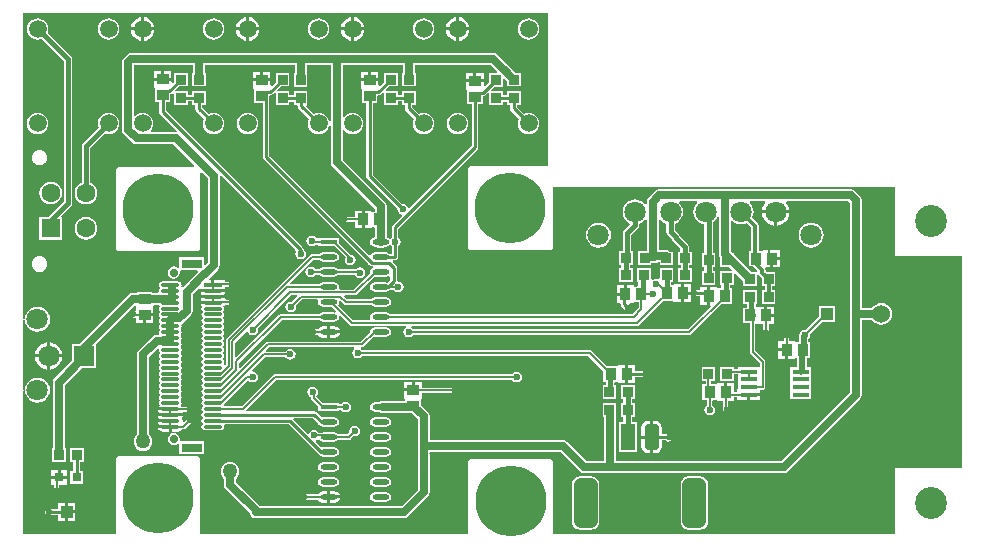
<source format=gtl>
G04*
G04 #@! TF.GenerationSoftware,Altium Limited,Altium Designer,19.1.9 (167)*
G04*
G04 Layer_Physical_Order=1*
G04 Layer_Color=255*
%FSLAX25Y25*%
%MOIN*%
G70*
G01*
G75*
%ADD11C,0.01968*%
%ADD13C,0.01000*%
%ADD17C,0.00606*%
%ADD18C,0.23622*%
%ADD19R,0.07087X0.03150*%
%ADD20O,0.06299X0.01181*%
%ADD21R,0.06299X0.01181*%
%ADD22R,0.03543X0.03937*%
%ADD23R,0.03347X0.03347*%
%ADD24R,0.03347X0.03347*%
%ADD25R,0.03937X0.03543*%
%ADD26R,0.05709X0.01772*%
G04:AMPARAMS|DCode=27|XSize=78.74mil|YSize=165.35mil|CornerRadius=19.68mil|HoleSize=0mil|Usage=FLASHONLY|Rotation=0.000|XOffset=0mil|YOffset=0mil|HoleType=Round|Shape=RoundedRectangle|*
%AMROUNDEDRECTD27*
21,1,0.07874,0.12598,0,0,0.0*
21,1,0.03937,0.16535,0,0,0.0*
1,1,0.03937,0.01968,-0.06299*
1,1,0.03937,-0.01968,-0.06299*
1,1,0.03937,-0.01968,0.06299*
1,1,0.03937,0.01968,0.06299*
%
%ADD27ROUNDEDRECTD27*%
%ADD28R,0.04724X0.08661*%
G04:AMPARAMS|DCode=29|XSize=47.24mil|YSize=86.61mil|CornerRadius=11.81mil|HoleSize=0mil|Usage=FLASHONLY|Rotation=0.000|XOffset=0mil|YOffset=0mil|HoleType=Round|Shape=RoundedRectangle|*
%AMROUNDEDRECTD29*
21,1,0.04724,0.06299,0,0,0.0*
21,1,0.02362,0.08661,0,0,0.0*
1,1,0.02362,0.01181,-0.03150*
1,1,0.02362,-0.01181,-0.03150*
1,1,0.02362,-0.01181,0.03150*
1,1,0.02362,0.01181,0.03150*
%
%ADD29ROUNDEDRECTD29*%
%ADD30R,0.03150X0.03150*%
%ADD31O,0.05709X0.01772*%
%ADD57R,0.03937X0.03937*%
%ADD58C,0.02756*%
%ADD59C,0.01575*%
%ADD60C,0.01181*%
%ADD61C,0.07087*%
%ADD62R,0.07087X0.07087*%
%ADD63C,0.06299*%
%ADD64R,0.06299X0.06299*%
%ADD65C,0.06000*%
%ADD66C,0.02756*%
%ADD67C,0.10630*%
%ADD68C,0.05906*%
%ADD69C,0.05000*%
%ADD70C,0.02362*%
G36*
X176369Y124381D02*
X150961D01*
X150531Y124296D01*
X150168Y124053D01*
X149925Y123689D01*
X149839Y123260D01*
Y97276D01*
X149925Y96846D01*
X150168Y96482D01*
X150531Y96239D01*
X150961Y96154D01*
X176945D01*
X177374Y96239D01*
X177738Y96482D01*
X177981Y96846D01*
X178066Y97276D01*
Y117369D01*
X292095D01*
X292095Y94189D01*
X314369Y94189D01*
Y23811D01*
X292095Y23811D01*
X292095Y1631D01*
X178114D01*
Y25492D01*
X178028Y25921D01*
X177785Y26285D01*
X177421Y26528D01*
X176992Y26614D01*
X151008D01*
X150579Y26528D01*
X150215Y26285D01*
X149972Y25921D01*
X149886Y25492D01*
Y1631D01*
X60614D01*
Y26492D01*
X60528Y26921D01*
X60285Y27285D01*
X59921Y27528D01*
X59492Y27614D01*
X33508D01*
X33079Y27528D01*
X32715Y27285D01*
X32472Y26921D01*
X32386Y26492D01*
Y1631D01*
X1631D01*
Y49465D01*
X2131Y49498D01*
X2172Y49193D01*
X2263Y48501D01*
X2680Y47493D01*
X3344Y46628D01*
X4210Y45963D01*
X5218Y45546D01*
X6299Y45404D01*
X7381Y45546D01*
X8389Y45963D01*
X9254Y46628D01*
X9918Y47493D01*
X10336Y48501D01*
X10478Y49583D01*
X10336Y50664D01*
X9918Y51672D01*
X9254Y52538D01*
X8389Y53202D01*
X7381Y53619D01*
X6299Y53762D01*
X5218Y53619D01*
X4210Y53202D01*
X3344Y52538D01*
X2680Y51672D01*
X2263Y50664D01*
X2172Y49972D01*
X2131Y49667D01*
X1631Y49700D01*
Y73087D01*
X2131Y73120D01*
X2172Y72815D01*
X2263Y72123D01*
X2680Y71115D01*
X3344Y70250D01*
X4210Y69586D01*
X5218Y69168D01*
X6299Y69026D01*
X7381Y69168D01*
X8389Y69586D01*
X9254Y70250D01*
X9918Y71115D01*
X10336Y72123D01*
X10478Y73205D01*
X10336Y74286D01*
X9918Y75294D01*
X9254Y76160D01*
X8389Y76824D01*
X7381Y77241D01*
X6299Y77384D01*
X5218Y77241D01*
X4210Y76824D01*
X3344Y76160D01*
X2680Y75294D01*
X2263Y74286D01*
X2172Y73594D01*
X2131Y73289D01*
X1631Y73322D01*
X1631Y175369D01*
X176369Y175369D01*
Y124381D01*
D02*
G37*
%LPC*%
G36*
X146878Y173921D02*
Y170500D01*
X150299D01*
X150229Y171032D01*
X149831Y171993D01*
X149197Y172819D01*
X148371Y173453D01*
X147410Y173851D01*
X146878Y173921D01*
D02*
G37*
G36*
X111878D02*
Y170500D01*
X115299D01*
X115229Y171032D01*
X114831Y171993D01*
X114197Y172819D01*
X113371Y173453D01*
X112410Y173851D01*
X111878Y173921D01*
D02*
G37*
G36*
X76878D02*
Y170500D01*
X80299D01*
X80229Y171032D01*
X79831Y171993D01*
X79197Y172819D01*
X78371Y173453D01*
X77410Y173851D01*
X76878Y173921D01*
D02*
G37*
G36*
X145878D02*
X145346Y173851D01*
X144385Y173453D01*
X143559Y172819D01*
X142925Y171993D01*
X142527Y171032D01*
X142457Y170500D01*
X145878D01*
Y173921D01*
D02*
G37*
G36*
X110878D02*
X110346Y173851D01*
X109385Y173453D01*
X108559Y172819D01*
X107925Y171993D01*
X107527Y171032D01*
X107457Y170500D01*
X110878D01*
Y173921D01*
D02*
G37*
G36*
X75878D02*
X75346Y173851D01*
X74384Y173453D01*
X73559Y172819D01*
X72925Y171993D01*
X72527Y171032D01*
X72457Y170500D01*
X75878D01*
Y173921D01*
D02*
G37*
G36*
X41878D02*
Y170500D01*
X45299D01*
X45229Y171032D01*
X44831Y171993D01*
X44197Y172819D01*
X43371Y173453D01*
X42410Y173851D01*
X41878Y173921D01*
D02*
G37*
G36*
X40878D02*
X40346Y173851D01*
X39384Y173453D01*
X38559Y172819D01*
X37925Y171993D01*
X37527Y171032D01*
X37457Y170500D01*
X40878D01*
Y173921D01*
D02*
G37*
G36*
X170000Y173583D02*
X169073Y173461D01*
X168208Y173103D01*
X167466Y172534D01*
X166897Y171792D01*
X166539Y170927D01*
X166417Y170000D01*
X166539Y169073D01*
X166897Y168208D01*
X167466Y167466D01*
X168208Y166897D01*
X169073Y166539D01*
X170000Y166417D01*
X170927Y166539D01*
X171792Y166897D01*
X172534Y167466D01*
X173103Y168208D01*
X173461Y169073D01*
X173583Y170000D01*
X173461Y170927D01*
X173103Y171792D01*
X172534Y172534D01*
X171792Y173103D01*
X170927Y173461D01*
X170000Y173583D01*
D02*
G37*
G36*
X135000D02*
X134073Y173461D01*
X133208Y173103D01*
X132466Y172534D01*
X131897Y171792D01*
X131539Y170927D01*
X131417Y170000D01*
X131539Y169073D01*
X131897Y168208D01*
X132466Y167466D01*
X133208Y166897D01*
X134073Y166539D01*
X135000Y166417D01*
X135927Y166539D01*
X136792Y166897D01*
X137534Y167466D01*
X138103Y168208D01*
X138461Y169073D01*
X138583Y170000D01*
X138461Y170927D01*
X138103Y171792D01*
X137534Y172534D01*
X136792Y173103D01*
X135927Y173461D01*
X135000Y173583D01*
D02*
G37*
G36*
X100000D02*
X99073Y173461D01*
X98208Y173103D01*
X97466Y172534D01*
X96897Y171792D01*
X96539Y170927D01*
X96417Y170000D01*
X96539Y169073D01*
X96897Y168208D01*
X97466Y167466D01*
X98208Y166897D01*
X99073Y166539D01*
X100000Y166417D01*
X100927Y166539D01*
X101792Y166897D01*
X102534Y167466D01*
X103103Y168208D01*
X103461Y169073D01*
X103583Y170000D01*
X103461Y170927D01*
X103103Y171792D01*
X102534Y172534D01*
X101792Y173103D01*
X100927Y173461D01*
X100000Y173583D01*
D02*
G37*
G36*
X65000D02*
X64073Y173461D01*
X63208Y173103D01*
X62466Y172534D01*
X61897Y171792D01*
X61539Y170927D01*
X61417Y170000D01*
X61539Y169073D01*
X61897Y168208D01*
X62466Y167466D01*
X63208Y166897D01*
X64073Y166539D01*
X65000Y166417D01*
X65927Y166539D01*
X66792Y166897D01*
X67534Y167466D01*
X68103Y168208D01*
X68461Y169073D01*
X68583Y170000D01*
X68461Y170927D01*
X68103Y171792D01*
X67534Y172534D01*
X66792Y173103D01*
X65927Y173461D01*
X65000Y173583D01*
D02*
G37*
G36*
X30000D02*
X29073Y173461D01*
X28208Y173103D01*
X27466Y172534D01*
X26897Y171792D01*
X26539Y170927D01*
X26417Y170000D01*
X26539Y169073D01*
X26897Y168208D01*
X27466Y167466D01*
X28208Y166897D01*
X29073Y166539D01*
X30000Y166417D01*
X30927Y166539D01*
X31792Y166897D01*
X32534Y167466D01*
X33103Y168208D01*
X33461Y169073D01*
X33583Y170000D01*
X33461Y170927D01*
X33103Y171792D01*
X32534Y172534D01*
X31792Y173103D01*
X30927Y173461D01*
X30000Y173583D01*
D02*
G37*
G36*
X150299Y169500D02*
X146878D01*
Y166079D01*
X147410Y166149D01*
X148371Y166547D01*
X149197Y167181D01*
X149831Y168007D01*
X150229Y168968D01*
X150299Y169500D01*
D02*
G37*
G36*
X115299D02*
X111878D01*
Y166079D01*
X112410Y166149D01*
X113371Y166547D01*
X114197Y167181D01*
X114831Y168007D01*
X115229Y168968D01*
X115299Y169500D01*
D02*
G37*
G36*
X80299D02*
X76878D01*
Y166079D01*
X77410Y166149D01*
X78371Y166547D01*
X79197Y167181D01*
X79831Y168007D01*
X80229Y168968D01*
X80299Y169500D01*
D02*
G37*
G36*
X45299Y169500D02*
X41878D01*
Y166079D01*
X42410Y166149D01*
X43371Y166547D01*
X44197Y167181D01*
X44831Y168007D01*
X45229Y168968D01*
X45299Y169500D01*
D02*
G37*
G36*
X40878D02*
X37457D01*
X37527Y168968D01*
X37925Y168007D01*
X38559Y167181D01*
X39384Y166547D01*
X40346Y166149D01*
X40878Y166079D01*
Y169500D01*
D02*
G37*
G36*
X145878Y169500D02*
X142457D01*
X142527Y168968D01*
X142925Y168007D01*
X143559Y167181D01*
X144385Y166547D01*
X145346Y166149D01*
X145878Y166079D01*
Y169500D01*
D02*
G37*
G36*
X110878D02*
X107457D01*
X107527Y168968D01*
X107925Y168007D01*
X108559Y167181D01*
X109385Y166547D01*
X110346Y166149D01*
X110878Y166079D01*
Y169500D01*
D02*
G37*
G36*
X75878D02*
X72457D01*
X72527Y168968D01*
X72925Y168007D01*
X73559Y167181D01*
X74384Y166547D01*
X75346Y166149D01*
X75878Y166079D01*
Y169500D01*
D02*
G37*
G36*
X50968Y156087D02*
X48500D01*
Y153815D01*
X50968D01*
Y156087D01*
D02*
G37*
G36*
X47500D02*
X45031D01*
Y153815D01*
X47500D01*
Y156087D01*
D02*
G37*
G36*
X83969Y155772D02*
X81500D01*
Y153500D01*
X83969D01*
Y155772D01*
D02*
G37*
G36*
X80500D02*
X78031D01*
Y153500D01*
X80500D01*
Y155772D01*
D02*
G37*
G36*
X158213Y162017D02*
X37614D01*
X36843Y161863D01*
X36188Y161426D01*
X35021Y160259D01*
X34584Y159605D01*
X34431Y158833D01*
Y136462D01*
X34584Y135690D01*
X35021Y135036D01*
X37910Y132147D01*
X38564Y131710D01*
X39336Y131556D01*
X51591D01*
X58572Y124576D01*
X58381Y124114D01*
X33508D01*
X33079Y124028D01*
X32715Y123785D01*
X32472Y123421D01*
X32386Y122992D01*
Y97008D01*
X32472Y96579D01*
X32715Y96215D01*
X33079Y95972D01*
X33508Y95886D01*
X59492D01*
X59921Y95972D01*
X60285Y96215D01*
X60528Y96579D01*
X60614Y97008D01*
Y121881D01*
X61076Y122072D01*
X62983Y120165D01*
Y92030D01*
X62259Y91306D01*
X61797Y91497D01*
Y93939D01*
X53510D01*
Y90565D01*
X53010Y90346D01*
X52520Y90674D01*
X51748Y90828D01*
X50976Y90674D01*
X50322Y90237D01*
X49885Y89583D01*
X49731Y88811D01*
X49885Y88039D01*
X50322Y87385D01*
X50976Y86948D01*
X51748Y86794D01*
X52520Y86948D01*
X53174Y87385D01*
X53611Y88039D01*
X53765Y88811D01*
X53709Y89089D01*
X54120Y89589D01*
X59609D01*
X59801Y89127D01*
X54677Y84003D01*
X54488Y84095D01*
X54264Y84298D01*
X54340Y84677D01*
X54247Y85142D01*
X53984Y85535D01*
X53591Y85799D01*
X53126Y85891D01*
X51632D01*
X51000Y86017D01*
X50368Y85891D01*
X48008D01*
X47543Y85799D01*
X47150Y85535D01*
X46886Y85142D01*
X46794Y84677D01*
X46886Y84212D01*
X47150Y83819D01*
Y83567D01*
X46886Y83173D01*
X46794Y82709D01*
X46832Y82517D01*
X46483Y82017D01*
X44568D01*
Y82372D01*
X39432D01*
Y82017D01*
X38000D01*
X37228Y81863D01*
X36574Y81426D01*
X20364Y65216D01*
X20315Y65143D01*
X17668D01*
Y59251D01*
X11948Y53532D01*
X11511Y52877D01*
X11357Y52106D01*
Y30273D01*
X11101D01*
Y25727D01*
X15647D01*
Y30273D01*
X15391D01*
Y51270D01*
X20977Y56857D01*
X25954D01*
Y65102D01*
X38508Y77656D01*
X39068Y77509D01*
X39076Y77483D01*
X39031Y77457D01*
X39031Y77387D01*
X39031Y77387D01*
Y75978D01*
X38901Y75866D01*
X38532Y75731D01*
X38352Y75851D01*
X38000Y75921D01*
X37648Y75851D01*
X37349Y75651D01*
X37149Y75352D01*
X37079Y75000D01*
X37149Y74648D01*
X37349Y74349D01*
X37664Y74034D01*
X37963Y73834D01*
X38315Y73764D01*
X39031D01*
Y71913D01*
X41500D01*
Y74685D01*
X42000D01*
Y75185D01*
X44969D01*
Y77387D01*
X44969Y77387D01*
Y77457D01*
X44924Y77483D01*
X45064Y77983D01*
X46800D01*
X47030Y77483D01*
X46886Y77268D01*
X46794Y76803D01*
X46886Y76338D01*
X47150Y75945D01*
Y75693D01*
X46886Y75299D01*
X46794Y74835D01*
X46886Y74370D01*
X47150Y73976D01*
Y73724D01*
X46886Y73331D01*
X46794Y72866D01*
X46886Y72401D01*
X47150Y72008D01*
Y71756D01*
X46886Y71362D01*
X46794Y70898D01*
X46886Y70433D01*
X47150Y70039D01*
Y69787D01*
X46886Y69394D01*
X46794Y68929D01*
X46876Y68517D01*
X46855Y68418D01*
X46584Y68017D01*
X46000D01*
X45228Y67863D01*
X44574Y67426D01*
X40074Y62926D01*
X39637Y62272D01*
X39483Y61500D01*
Y34860D01*
X39289Y34711D01*
X38792Y34063D01*
X38480Y33309D01*
X38373Y32500D01*
X38480Y31691D01*
X38792Y30937D01*
X39289Y30289D01*
X39937Y29792D01*
X40691Y29480D01*
X41500Y29373D01*
X42309Y29480D01*
X43063Y29792D01*
X43711Y30289D01*
X44208Y30937D01*
X44520Y31691D01*
X44627Y32500D01*
X44520Y33309D01*
X44208Y34063D01*
X43711Y34711D01*
X43517Y34860D01*
Y60665D01*
X46386Y63534D01*
X46846Y63287D01*
X46794Y63024D01*
X46886Y62559D01*
X47150Y62165D01*
Y61913D01*
X46886Y61520D01*
X46794Y61055D01*
X46886Y60590D01*
X47150Y60197D01*
Y59945D01*
X46886Y59551D01*
X46794Y59087D01*
X46886Y58622D01*
X47150Y58228D01*
Y57976D01*
X46886Y57583D01*
X46794Y57118D01*
X46886Y56653D01*
X47150Y56260D01*
Y56008D01*
X46886Y55614D01*
X46794Y55150D01*
X46886Y54685D01*
X47150Y54291D01*
Y54039D01*
X46886Y53646D01*
X46794Y53181D01*
X46886Y52716D01*
X47150Y52323D01*
Y52071D01*
X46886Y51677D01*
X46794Y51213D01*
X46886Y50748D01*
X47150Y50354D01*
Y50102D01*
X46886Y49709D01*
X46794Y49244D01*
X46886Y48780D01*
X47150Y48386D01*
Y48134D01*
X46886Y47740D01*
X46794Y47276D01*
X46886Y46811D01*
X47150Y46417D01*
Y46165D01*
X46886Y45772D01*
X46794Y45307D01*
X46886Y44842D01*
X47044Y44607D01*
X46861Y44485D01*
X46510Y43959D01*
X46486Y43839D01*
X50567D01*
Y42839D01*
X46486D01*
X46510Y42718D01*
X46753Y42354D01*
X46510Y41991D01*
X46486Y41870D01*
X54699D01*
X54968Y42308D01*
X56410D01*
X56648Y42149D01*
X57000Y42079D01*
X57352Y42149D01*
X57651Y42349D01*
X57851Y42648D01*
X57921Y43000D01*
X57851Y43352D01*
X57651Y43651D01*
X57423Y43880D01*
X57124Y44079D01*
X56771Y44149D01*
X54497D01*
X54273Y44485D01*
X54090Y44607D01*
X54247Y44842D01*
X54340Y45307D01*
X54247Y45772D01*
X53984Y46165D01*
Y46417D01*
X54247Y46811D01*
X54340Y47276D01*
X54247Y47740D01*
X53984Y48134D01*
Y48386D01*
X54247Y48780D01*
X54340Y49244D01*
X54247Y49709D01*
X53984Y50102D01*
Y50354D01*
X54247Y50748D01*
X54340Y51213D01*
X54247Y51677D01*
X53984Y52071D01*
Y52323D01*
X54247Y52716D01*
X54340Y53181D01*
X54247Y53646D01*
X53984Y54039D01*
Y54291D01*
X54247Y54685D01*
X54340Y55150D01*
X54247Y55614D01*
X53984Y56008D01*
Y56260D01*
X54247Y56653D01*
X54340Y57118D01*
X54247Y57583D01*
X53984Y57976D01*
Y58228D01*
X54247Y58622D01*
X54340Y59087D01*
X54247Y59551D01*
X53984Y59945D01*
Y60197D01*
X54247Y60590D01*
X54340Y61055D01*
X54247Y61520D01*
X53984Y61913D01*
Y62165D01*
X54247Y62559D01*
X54340Y63024D01*
X54247Y63488D01*
X53984Y63882D01*
Y64134D01*
X54247Y64527D01*
X54340Y64992D01*
X54247Y65457D01*
X53984Y65850D01*
Y66102D01*
X54247Y66496D01*
X54340Y66961D01*
X54247Y67425D01*
X53984Y67819D01*
Y68071D01*
X54247Y68464D01*
X54340Y68929D01*
X54247Y69394D01*
X53984Y69787D01*
Y70039D01*
X54247Y70433D01*
X54340Y70898D01*
X54268Y71258D01*
X54381Y71790D01*
X55035Y72228D01*
X57426Y74619D01*
X57863Y75273D01*
X58017Y76045D01*
Y81639D01*
X60129Y83751D01*
X60590Y83560D01*
Y83209D01*
X68890D01*
Y83918D01*
X70838D01*
X71191Y83988D01*
X71490Y84187D01*
X71651Y84349D01*
X71851Y84648D01*
X71921Y85000D01*
X71851Y85352D01*
X71651Y85651D01*
X71352Y85851D01*
X71000Y85921D01*
X70648Y85851D01*
X70511Y85759D01*
X68890D01*
Y86268D01*
X65240D01*
Y84677D01*
X64240D01*
Y86268D01*
X63568D01*
X63416Y86768D01*
X63442Y86785D01*
X66426Y89769D01*
X66863Y90423D01*
X67017Y91195D01*
Y121000D01*
X67004Y121062D01*
X67465Y121308D01*
X92625Y96148D01*
X92322Y95695D01*
X92184Y95000D01*
X92322Y94305D01*
X92716Y93716D01*
X93305Y93322D01*
X94000Y93184D01*
X94695Y93322D01*
X95284Y93716D01*
X95678Y94305D01*
X95816Y95000D01*
X95678Y95695D01*
X95284Y96284D01*
X95114Y96398D01*
X95036Y96789D01*
X94793Y97152D01*
X94793Y97152D01*
X49122Y142824D01*
Y145628D01*
X50568D01*
Y148220D01*
X50646Y148235D01*
X51010Y148479D01*
X51312Y148781D01*
X51774Y148590D01*
Y144727D01*
X56321D01*
Y145878D01*
X57774D01*
Y144727D01*
X58926D01*
Y143457D01*
X58926Y143457D01*
X59011Y143027D01*
X59254Y142664D01*
X61816Y140102D01*
X61539Y139431D01*
X61417Y138504D01*
X61539Y137576D01*
X61897Y136712D01*
X62466Y135970D01*
X63208Y135401D01*
X64073Y135043D01*
X65000Y134921D01*
X65927Y135043D01*
X66792Y135401D01*
X67534Y135970D01*
X68103Y136712D01*
X68461Y137576D01*
X68583Y138504D01*
X68461Y139431D01*
X68103Y140296D01*
X67534Y141038D01*
X66792Y141607D01*
X65927Y141965D01*
X65000Y142087D01*
X64073Y141965D01*
X63402Y141688D01*
X61169Y143921D01*
Y144727D01*
X62321D01*
Y149273D01*
X57774D01*
Y148122D01*
X56321D01*
Y149273D01*
X52457D01*
X52266Y149735D01*
X53360Y150829D01*
X56321D01*
Y155376D01*
X51774D01*
Y152415D01*
X51430Y152072D01*
X50968Y152263D01*
Y152815D01*
X48000D01*
X45031D01*
Y150543D01*
X45432Y150372D01*
Y145628D01*
X46878D01*
Y142359D01*
X46878Y142359D01*
X46964Y141930D01*
X47207Y141566D01*
X52735Y136038D01*
X52488Y135578D01*
X52427Y135590D01*
X44177D01*
X44004Y136090D01*
X44481Y136712D01*
X44839Y137576D01*
X44961Y138504D01*
X44839Y139431D01*
X44481Y140296D01*
X43912Y141038D01*
X43170Y141607D01*
X42305Y141965D01*
X41378Y142087D01*
X40451Y141965D01*
X39586Y141607D01*
X38964Y141130D01*
X38464Y141303D01*
Y157983D01*
X57983D01*
Y155376D01*
X57774D01*
Y150829D01*
X62321D01*
Y155376D01*
X62017D01*
Y157983D01*
X91983D01*
Y155273D01*
X91727D01*
Y150727D01*
X96273D01*
Y155273D01*
X96017D01*
Y157983D01*
X103983D01*
Y139297D01*
X103483Y139264D01*
X103461Y139431D01*
X103103Y140296D01*
X102534Y141038D01*
X101792Y141607D01*
X100927Y141965D01*
X100000Y142087D01*
X99073Y141965D01*
X98402Y141688D01*
X95928Y144162D01*
X96119Y144624D01*
X96273D01*
Y149171D01*
X91727D01*
Y148019D01*
X90273D01*
Y149273D01*
X86410D01*
X86219Y149735D01*
X87313Y150829D01*
X90273D01*
Y155376D01*
X85727D01*
Y152415D01*
X84430Y151119D01*
X83969Y151310D01*
Y152500D01*
X81000D01*
X78031D01*
Y150228D01*
X78431Y150057D01*
Y145313D01*
X81347D01*
Y127306D01*
X81347Y127305D01*
X81432Y126876D01*
X81675Y126513D01*
X116966Y91221D01*
X116966Y91221D01*
X117330Y90978D01*
X117760Y90893D01*
X118029D01*
X118113Y90400D01*
X117622Y90071D01*
X117294Y89580D01*
X117178Y89000D01*
X117264Y88567D01*
X111825Y83127D01*
X107067D01*
X106748Y83627D01*
X106822Y84000D01*
X106707Y84580D01*
X106379Y85071D01*
X105887Y85400D01*
X105307Y85515D01*
X101370D01*
X100791Y85400D01*
X100299Y85071D01*
X100199Y84921D01*
X90585D01*
X90393Y85383D01*
X98090Y93080D01*
X100199D01*
X100299Y92929D01*
X100791Y92601D01*
X101370Y92485D01*
X105307D01*
X105887Y92601D01*
X106379Y92929D01*
X106707Y93421D01*
X106822Y94000D01*
X106707Y94580D01*
X106379Y95072D01*
X105887Y95400D01*
X105307Y95515D01*
X101370D01*
X100791Y95400D01*
X100299Y95072D01*
X100199Y94921D01*
X97708D01*
X97356Y94851D01*
X97057Y94651D01*
X69396Y66990D01*
X69196Y66691D01*
X69126Y66338D01*
Y58218D01*
X68943Y58047D01*
X68371Y58163D01*
X68278Y58409D01*
X68421Y58622D01*
X68513Y59087D01*
X68421Y59551D01*
X68158Y59945D01*
Y60197D01*
X68421Y60590D01*
X68513Y61055D01*
X68421Y61520D01*
X68158Y61913D01*
Y62165D01*
X68421Y62559D01*
X68513Y63024D01*
X68421Y63488D01*
X68158Y63882D01*
Y64134D01*
X68421Y64527D01*
X68513Y64992D01*
X68421Y65457D01*
X68158Y65850D01*
Y66102D01*
X68421Y66496D01*
X68513Y66961D01*
X68421Y67425D01*
X68158Y67819D01*
Y68071D01*
X68421Y68464D01*
X68513Y68929D01*
X68421Y69394D01*
X68158Y69787D01*
Y70039D01*
X68421Y70433D01*
X68513Y70898D01*
X68421Y71362D01*
X68158Y71756D01*
Y72008D01*
X68421Y72401D01*
X68513Y72866D01*
X68421Y73331D01*
X68158Y73724D01*
Y73976D01*
X68421Y74370D01*
X68513Y74835D01*
X68421Y75299D01*
X68158Y75693D01*
Y75945D01*
X68421Y76338D01*
X68513Y76803D01*
X68421Y77268D01*
X68263Y77503D01*
X68446Y77625D01*
X68670Y77961D01*
X70882D01*
X71234Y78031D01*
X71533Y78230D01*
X71651Y78349D01*
X71851Y78648D01*
X71921Y79000D01*
X71851Y79352D01*
X71651Y79651D01*
X71352Y79851D01*
X71000Y79921D01*
X70648Y79851D01*
X70575Y79802D01*
X69141D01*
X68872Y80240D01*
X60659D01*
X60683Y80120D01*
X60926Y79756D01*
X60683Y79392D01*
X60659Y79272D01*
X64740D01*
Y78272D01*
X60659D01*
X60683Y78151D01*
X61034Y77625D01*
X61217Y77503D01*
X61060Y77268D01*
X60967Y76803D01*
X61060Y76338D01*
X61323Y75945D01*
Y75693D01*
X61060Y75299D01*
X60967Y74835D01*
X61060Y74370D01*
X61323Y73976D01*
Y73724D01*
X61060Y73331D01*
X60967Y72866D01*
X61060Y72401D01*
X61323Y72008D01*
Y71756D01*
X61060Y71362D01*
X60967Y70898D01*
X61060Y70433D01*
X61323Y70039D01*
Y69787D01*
X61060Y69394D01*
X60967Y68929D01*
X61060Y68464D01*
X61323Y68071D01*
Y67819D01*
X61060Y67425D01*
X60967Y66961D01*
X61060Y66496D01*
X61323Y66102D01*
Y65850D01*
X61060Y65457D01*
X60967Y64992D01*
X61060Y64527D01*
X61323Y64134D01*
Y63882D01*
X61060Y63488D01*
X60967Y63024D01*
X61060Y62559D01*
X61323Y62165D01*
Y61913D01*
X61060Y61520D01*
X60967Y61055D01*
X61060Y60590D01*
X61323Y60197D01*
Y59945D01*
X61060Y59551D01*
X60967Y59087D01*
X61060Y58622D01*
X61323Y58228D01*
Y57976D01*
X61060Y57583D01*
X60967Y57118D01*
X61060Y56653D01*
X61323Y56260D01*
Y56008D01*
X61060Y55614D01*
X60967Y55150D01*
X61060Y54685D01*
X61323Y54291D01*
Y54039D01*
X61060Y53646D01*
X60967Y53181D01*
X61060Y52716D01*
X61323Y52323D01*
Y52071D01*
X61060Y51677D01*
X60967Y51213D01*
X61060Y50748D01*
X61323Y50354D01*
Y50102D01*
X61060Y49709D01*
X60967Y49244D01*
X61060Y48780D01*
X61323Y48386D01*
Y48134D01*
X61060Y47740D01*
X60967Y47276D01*
X61060Y46811D01*
X61323Y46417D01*
Y46165D01*
X61060Y45772D01*
X60967Y45307D01*
X61060Y44842D01*
X61323Y44449D01*
Y44197D01*
X61060Y43803D01*
X60967Y43339D01*
X61060Y42874D01*
X61323Y42480D01*
Y42228D01*
X61060Y41835D01*
X60967Y41370D01*
X61060Y40905D01*
X61323Y40512D01*
Y40260D01*
X61060Y39866D01*
X60967Y39402D01*
X61060Y38937D01*
X61323Y38543D01*
Y38291D01*
X61060Y37898D01*
X60967Y37433D01*
X61060Y36968D01*
X61323Y36575D01*
X61717Y36312D01*
X62181Y36219D01*
X67299D01*
X67764Y36312D01*
X68158Y36575D01*
X68421Y36968D01*
X68513Y37433D01*
X68444Y37780D01*
X68721Y38280D01*
X89908D01*
X99981Y28207D01*
X99981Y28207D01*
X100220Y28047D01*
X100299Y27929D01*
X100791Y27601D01*
X101370Y27485D01*
X105307D01*
X105887Y27601D01*
X106379Y27929D01*
X106707Y28421D01*
X106822Y29000D01*
X106707Y29580D01*
X106379Y30071D01*
X105887Y30400D01*
X105307Y30515D01*
X101370D01*
X100932Y30428D01*
X99022Y32338D01*
X99150Y32759D01*
X99225Y32842D01*
X99592Y33088D01*
X100160Y33047D01*
X100247Y33008D01*
X100299Y32929D01*
X100791Y32601D01*
X101370Y32485D01*
X105307D01*
X105887Y32601D01*
X106379Y32929D01*
X106479Y33079D01*
X110000D01*
X110353Y33150D01*
X110651Y33349D01*
X111572Y34269D01*
X112000Y34184D01*
X112695Y34322D01*
X113284Y34716D01*
X113678Y35305D01*
X113816Y36000D01*
X113678Y36695D01*
X113284Y37284D01*
X112695Y37678D01*
X112000Y37816D01*
X111305Y37678D01*
X110716Y37284D01*
X110322Y36695D01*
X110184Y36000D01*
X110269Y35572D01*
X109619Y34921D01*
X106479D01*
X106379Y35072D01*
X105887Y35400D01*
X105307Y35515D01*
X101370D01*
X101090Y35460D01*
X100001D01*
X99784Y35784D01*
X99195Y36178D01*
X98500Y36316D01*
X97805Y36178D01*
X97216Y35784D01*
X96842Y35225D01*
X96759Y35149D01*
X96338Y35022D01*
X91612Y39748D01*
X91819Y40249D01*
X98165D01*
X99965Y38449D01*
X99971Y38421D01*
X100299Y37929D01*
X100791Y37601D01*
X101370Y37485D01*
X105307D01*
X105887Y37601D01*
X106379Y37929D01*
X106707Y38421D01*
X106822Y39000D01*
X106707Y39580D01*
X106379Y40071D01*
X105887Y40400D01*
X105307Y40515D01*
X101370D01*
X101121Y40466D01*
X99423Y42163D01*
X99059Y42406D01*
X98630Y42492D01*
X98630Y42492D01*
X76001D01*
X75794Y42992D01*
X85881Y53079D01*
X164473D01*
X164716Y52716D01*
X165305Y52322D01*
X166000Y52184D01*
X166695Y52322D01*
X167284Y52716D01*
X167678Y53305D01*
X167816Y54000D01*
X167678Y54695D01*
X167284Y55284D01*
X166695Y55678D01*
X166000Y55816D01*
X165305Y55678D01*
X164716Y55284D01*
X164473Y54921D01*
X85500D01*
X85148Y54851D01*
X84849Y54651D01*
X74457Y44259D01*
X68632D01*
X68365Y44759D01*
X68421Y44842D01*
X68455Y45017D01*
X76212Y52774D01*
X76710Y52725D01*
X76716Y52716D01*
X77305Y52322D01*
X78000Y52184D01*
X78695Y52322D01*
X79284Y52716D01*
X79678Y53305D01*
X79816Y54000D01*
X79678Y54695D01*
X79284Y55284D01*
X78695Y55678D01*
X78000Y55816D01*
X77991Y55814D01*
X77745Y56275D01*
X82091Y60621D01*
X88945D01*
X89216Y60216D01*
X89805Y59822D01*
X90500Y59684D01*
X91195Y59822D01*
X91784Y60216D01*
X92178Y60805D01*
X92316Y61500D01*
X92178Y62195D01*
X91784Y62784D01*
X91195Y63178D01*
X90500Y63316D01*
X89805Y63178D01*
X89216Y62784D01*
X89001Y62463D01*
X82617D01*
X82426Y62924D01*
X83455Y63954D01*
X111819D01*
X111970Y63454D01*
X111716Y63284D01*
X111322Y62695D01*
X111184Y62000D01*
X111322Y61305D01*
X111716Y60716D01*
X112305Y60322D01*
X113000Y60184D01*
X113695Y60322D01*
X114284Y60716D01*
X114527Y61079D01*
X189961D01*
X194971Y56069D01*
Y52431D01*
X195731D01*
Y51273D01*
X194676D01*
Y46727D01*
X199222D01*
Y51273D01*
X198560D01*
Y52078D01*
X198914Y52431D01*
X199644Y52431D01*
X199886Y52031D01*
X199956Y52031D01*
X199956Y52031D01*
X202157D01*
Y55000D01*
Y57968D01*
X199956D01*
X199956Y57968D01*
X199886D01*
X199644Y57569D01*
X199386Y57569D01*
X196076D01*
X190994Y62651D01*
X190695Y62851D01*
X190342Y62921D01*
X114527D01*
X114284Y63284D01*
X114030Y63454D01*
X114181Y63954D01*
X114568D01*
X114920Y64024D01*
X115219Y64224D01*
X118516Y67521D01*
X118693Y67485D01*
X122630D01*
X123210Y67601D01*
X123701Y67929D01*
X124030Y68421D01*
X124145Y69000D01*
X124030Y69580D01*
X123701Y70072D01*
X123210Y70400D01*
X122630Y70515D01*
X118693D01*
X118114Y70400D01*
X117622Y70072D01*
X117294Y69580D01*
X117178Y69000D01*
X117214Y68823D01*
X114187Y65796D01*
X83074D01*
X82722Y65726D01*
X82423Y65526D01*
X73917Y57020D01*
X73455Y57212D01*
Y58782D01*
X87752Y73080D01*
X100199D01*
X100299Y72929D01*
X100791Y72601D01*
X101370Y72485D01*
X105307D01*
X105887Y72601D01*
X106379Y72929D01*
X106707Y73421D01*
X106822Y74000D01*
X106781Y74210D01*
X107241Y74456D01*
X110349Y71349D01*
X110648Y71149D01*
X111000Y71079D01*
X129006D01*
X129157Y70579D01*
X128716Y70284D01*
X128322Y69695D01*
X128184Y69000D01*
X128322Y68305D01*
X128716Y67716D01*
X129305Y67322D01*
X130000Y67184D01*
X130695Y67322D01*
X131284Y67716D01*
X131527Y68079D01*
X223512D01*
X223864Y68149D01*
X224163Y68349D01*
X234246Y78431D01*
X237687D01*
Y83569D01*
X237123D01*
Y84727D01*
X238376D01*
Y88591D01*
X238838Y88783D01*
X241624Y85996D01*
Y84302D01*
X246171D01*
Y88059D01*
X246634Y88314D01*
X246671Y88308D01*
X246914Y87944D01*
X247727Y87131D01*
Y84302D01*
X248786D01*
Y82848D01*
X247727D01*
Y78302D01*
X252273D01*
Y82848D01*
X251214D01*
Y84302D01*
X252273D01*
Y88848D01*
X249443D01*
X248986Y89305D01*
Y89716D01*
X248986Y89716D01*
X248928Y90011D01*
X249229Y90511D01*
X250508D01*
Y93479D01*
X251008D01*
Y93979D01*
X253779D01*
Y96448D01*
X250921D01*
Y97465D01*
X250851Y97817D01*
X250651Y98116D01*
X250352Y98315D01*
X250000Y98385D01*
X249648Y98315D01*
X249349Y98116D01*
X249149Y97817D01*
X249079Y97465D01*
Y96448D01*
X248236D01*
X248064Y96048D01*
X246714D01*
Y104433D01*
X246621Y104898D01*
X246358Y105291D01*
X246358Y105291D01*
X244607Y107043D01*
X244970Y107918D01*
X245112Y109000D01*
X244970Y110082D01*
X244552Y111090D01*
X243888Y111955D01*
X243789Y112031D01*
X243950Y112505D01*
X248683D01*
X248929Y112005D01*
X248382Y111291D01*
X247924Y110186D01*
X247834Y109500D01*
X252350D01*
X256867D01*
X256777Y110186D01*
X256319Y111291D01*
X255772Y112005D01*
X256018Y112505D01*
X276529D01*
X276983Y112050D01*
Y75000D01*
Y48835D01*
X254165Y26017D01*
X199017D01*
Y40727D01*
X199222D01*
Y45273D01*
X194676D01*
Y40727D01*
X194983D01*
Y26017D01*
X189335D01*
X182926Y32426D01*
X182272Y32863D01*
X181500Y33017D01*
X137017D01*
Y40843D01*
X136863Y41614D01*
X136426Y42268D01*
X134069Y44626D01*
X134069Y46644D01*
X134468Y46886D01*
X134468Y46956D01*
X134468Y46956D01*
Y48579D01*
X145500D01*
X145852Y48649D01*
X146151Y48849D01*
X146351Y49148D01*
X146421Y49500D01*
X146351Y49852D01*
X146151Y50151D01*
X145852Y50351D01*
X145500Y50421D01*
X134468D01*
Y52429D01*
X132000D01*
Y49657D01*
X131500D01*
Y49158D01*
X128532D01*
Y46956D01*
X128532Y46956D01*
Y46886D01*
X128710Y46778D01*
X128764Y46203D01*
X128578Y46017D01*
X121500D01*
X120728Y45863D01*
X120208Y45515D01*
X118693D01*
X118114Y45400D01*
X117622Y45072D01*
X117294Y44580D01*
X117178Y44000D01*
X117294Y43421D01*
X117622Y42929D01*
X118114Y42601D01*
X118693Y42485D01*
X120207D01*
X120728Y42137D01*
X121500Y41983D01*
X128931D01*
Y41971D01*
X131020D01*
X132983Y40007D01*
Y29000D01*
X133083Y28500D01*
X132983Y28000D01*
Y16335D01*
X127665Y11017D01*
X80335D01*
X72517Y18835D01*
Y20140D01*
X72711Y20289D01*
X73208Y20937D01*
X73520Y21691D01*
X73627Y22500D01*
X73520Y23309D01*
X73208Y24063D01*
X72711Y24711D01*
X72063Y25208D01*
X71309Y25520D01*
X70500Y25627D01*
X69691Y25520D01*
X68937Y25208D01*
X68289Y24711D01*
X67792Y24063D01*
X67480Y23309D01*
X67373Y22500D01*
X67480Y21691D01*
X67792Y20937D01*
X68289Y20289D01*
X68483Y20140D01*
Y18000D01*
X68637Y17228D01*
X69074Y16574D01*
X77067Y8581D01*
X77137Y8228D01*
X77574Y7574D01*
X78228Y7137D01*
X79000Y6983D01*
X128500D01*
X129272Y7137D01*
X129926Y7574D01*
X136426Y14074D01*
X136863Y14728D01*
X137017Y15500D01*
Y28000D01*
X136917Y28500D01*
X137013Y28983D01*
X180665D01*
X187074Y22574D01*
X187728Y22137D01*
X188500Y21983D01*
X255000D01*
X255772Y22137D01*
X256426Y22574D01*
X280426Y46574D01*
X280863Y47228D01*
X281017Y48000D01*
Y72983D01*
X284510D01*
X284932Y72432D01*
X285684Y71855D01*
X286560Y71493D01*
X287500Y71369D01*
X288440Y71493D01*
X289316Y71855D01*
X290068Y72432D01*
X290645Y73185D01*
X291007Y74060D01*
X291131Y75000D01*
X291007Y75940D01*
X290645Y76815D01*
X290068Y77568D01*
X289316Y78145D01*
X288440Y78507D01*
X287500Y78631D01*
X286560Y78507D01*
X285684Y78145D01*
X284932Y77568D01*
X284510Y77017D01*
X281017D01*
Y112886D01*
X280863Y113657D01*
X280426Y114312D01*
X278854Y115883D01*
X278812Y115947D01*
X278157Y116384D01*
X277386Y116538D01*
X213521D01*
X212750Y116384D01*
X212095Y115947D01*
X209999Y113851D01*
X209562Y113197D01*
X209408Y112425D01*
Y111534D01*
X208909Y111364D01*
X208455Y111955D01*
X207590Y112619D01*
X206582Y113037D01*
X205500Y113179D01*
X204418Y113037D01*
X203411Y112619D01*
X202545Y111955D01*
X201881Y111090D01*
X201463Y110082D01*
X201321Y109000D01*
X201463Y107918D01*
X201881Y106911D01*
X202545Y106045D01*
X203411Y105381D01*
X203596Y105304D01*
X203714Y104714D01*
X201858Y102858D01*
X201551Y102400D01*
X201444Y101858D01*
Y95848D01*
X200302D01*
Y91302D01*
X200959D01*
Y90273D01*
X200176D01*
Y85727D01*
X204722D01*
Y90273D01*
X203789D01*
Y91302D01*
X204848D01*
Y95848D01*
X204273D01*
Y101272D01*
X206500Y103500D01*
X206807Y103959D01*
X206915Y104500D01*
Y105101D01*
X207590Y105381D01*
X208455Y106045D01*
X208909Y106636D01*
X209408Y106466D01*
Y95887D01*
X208972D01*
X208778Y95848D01*
X206404D01*
Y91302D01*
X210950D01*
Y91853D01*
X211894D01*
X212666Y92007D01*
X213072Y92279D01*
X213676D01*
Y91227D01*
X218222D01*
Y95773D01*
X217053D01*
X216476Y96158D01*
X215705Y96312D01*
X213442D01*
Y106415D01*
X213942Y106585D01*
X214356Y106045D01*
X215222Y105381D01*
X215897Y105101D01*
Y102189D01*
X216004Y101648D01*
X216311Y101189D01*
X217928Y99571D01*
X218000Y99464D01*
X220585Y96879D01*
Y95773D01*
X219778D01*
Y91227D01*
X220688D01*
Y90273D01*
X219829D01*
Y85727D01*
X224376D01*
Y90273D01*
X223517D01*
Y91227D01*
X224324D01*
Y95773D01*
X223415D01*
Y97465D01*
X223307Y98006D01*
X223000Y98465D01*
X220072Y101393D01*
X220000Y101500D01*
X218726Y102775D01*
Y105101D01*
X219401Y105381D01*
X220266Y106045D01*
X220930Y106911D01*
X221348Y107918D01*
X221490Y109000D01*
X221348Y110082D01*
X220930Y111090D01*
X220266Y111955D01*
X220167Y112031D01*
X220328Y112505D01*
X226105D01*
X226266Y112031D01*
X226167Y111955D01*
X225503Y111090D01*
X225085Y110082D01*
X224943Y109000D01*
X225085Y107918D01*
X225503Y106911D01*
X226167Y106045D01*
X227032Y105381D01*
X228040Y104963D01*
X228585Y104892D01*
Y95273D01*
X227727D01*
Y90727D01*
X228585D01*
Y89273D01*
X227727D01*
Y84727D01*
X232273D01*
Y89273D01*
X231415D01*
Y90727D01*
X232273D01*
Y95273D01*
X231415D01*
Y105537D01*
X232077Y106045D01*
X232741Y106911D01*
X232895Y107282D01*
X233395Y107183D01*
Y95061D01*
X233549Y94289D01*
X233829Y93869D01*
Y90727D01*
X236894D01*
X237885Y89735D01*
X237694Y89273D01*
X233829D01*
Y84727D01*
X234294D01*
Y83569D01*
X232943D01*
X232772Y83969D01*
X230500D01*
Y81000D01*
Y78031D01*
X230588D01*
X230779Y77570D01*
X223130Y69921D01*
X131527D01*
X131284Y70284D01*
X130842Y70579D01*
X130994Y71079D01*
X206000Y71079D01*
X206352Y71149D01*
X206651Y71349D01*
X214734Y79431D01*
X218302Y79431D01*
X218543Y79031D01*
X218613Y79031D01*
X218613Y79031D01*
X220815D01*
Y82000D01*
Y84969D01*
X218613D01*
X218613Y84969D01*
X218543D01*
X218302Y84569D01*
X218043Y84569D01*
X217415D01*
Y85727D01*
X218273D01*
Y90273D01*
X213727D01*
Y86853D01*
X213286Y86617D01*
X213195Y86678D01*
X212500Y86816D01*
X211805Y86678D01*
X211324Y86357D01*
X210944Y86488D01*
X210824Y86578D01*
Y90273D01*
X206278D01*
Y85727D01*
X206611D01*
Y84497D01*
X206258Y84143D01*
X205273Y84143D01*
X205031Y84543D01*
X204962Y84543D01*
X204962Y84543D01*
X202760D01*
Y81575D01*
X202260D01*
Y81075D01*
X199488D01*
Y78606D01*
X200526D01*
X200817Y78211D01*
X200903Y77781D01*
X201146Y77418D01*
X202207Y76357D01*
X202571Y76113D01*
X203000Y76028D01*
X203429Y76113D01*
X203793Y76357D01*
X204036Y76720D01*
X204122Y77150D01*
X204036Y77579D01*
X203793Y77943D01*
X203591Y78144D01*
X203783Y78606D01*
X204962D01*
X204962Y78606D01*
X205031D01*
X205273Y79006D01*
X205532Y79006D01*
X206654D01*
Y76956D01*
X204619Y74921D01*
X123802Y74921D01*
X123701Y75072D01*
X123210Y75400D01*
X122630Y75515D01*
X118693D01*
X118114Y75400D01*
X117622Y75072D01*
X117294Y74580D01*
X117178Y74000D01*
X117294Y73421D01*
X117026Y72921D01*
X111381D01*
X106378Y77924D01*
X106379Y77929D01*
X106707Y78421D01*
X106822Y79000D01*
X106781Y79210D01*
X107241Y79456D01*
X108349Y78349D01*
X108647Y78150D01*
X109000Y78079D01*
X117522D01*
X117622Y77929D01*
X118114Y77601D01*
X118693Y77485D01*
X122630D01*
X123210Y77601D01*
X123701Y77929D01*
X124030Y78421D01*
X124145Y79000D01*
X124030Y79580D01*
X123701Y80072D01*
X123210Y80400D01*
X122630Y80515D01*
X118693D01*
X118114Y80400D01*
X117622Y80072D01*
X117522Y79921D01*
X109381D01*
X108479Y80823D01*
X108670Y81286D01*
X112206D01*
X112559Y81356D01*
X112857Y81555D01*
X118788Y87485D01*
X122630D01*
X123210Y87601D01*
X123378Y87713D01*
X123878Y87446D01*
Y86465D01*
X122880Y85466D01*
X122630Y85515D01*
X118693D01*
X118114Y85400D01*
X117622Y85071D01*
X117294Y84580D01*
X117178Y84000D01*
X117294Y83421D01*
X117622Y82929D01*
X118114Y82601D01*
X118693Y82485D01*
X122630D01*
X123210Y82601D01*
X123701Y82929D01*
X123802Y83079D01*
X125040D01*
X125283Y82716D01*
X125872Y82322D01*
X126567Y82184D01*
X127262Y82322D01*
X127851Y82716D01*
X128245Y83305D01*
X128383Y84000D01*
X128245Y84695D01*
X127851Y85284D01*
X127262Y85678D01*
X126567Y85816D01*
X126543Y85811D01*
X126122Y86237D01*
Y90467D01*
X126122Y90467D01*
X126036Y90896D01*
X125793Y91260D01*
X125793Y91260D01*
X124675Y92379D01*
X124882Y92879D01*
X125500D01*
X125929Y92964D01*
X126293Y93207D01*
X126536Y93571D01*
X126622Y94000D01*
Y97607D01*
X126784Y97716D01*
X127178Y98305D01*
X127316Y99000D01*
X127178Y99695D01*
X126784Y100284D01*
X126622Y100393D01*
Y103482D01*
X152903Y129764D01*
X152903Y129764D01*
X153146Y130128D01*
X153232Y130557D01*
X153232Y130557D01*
Y144971D01*
X154679D01*
Y147012D01*
X154724Y147493D01*
X155154Y147578D01*
X155517Y147821D01*
X156375Y148679D01*
X156837Y148487D01*
Y144624D01*
X161383D01*
Y145776D01*
X162837D01*
Y144727D01*
X163878D01*
Y143504D01*
X163878Y143504D01*
X163964Y143075D01*
X164207Y142711D01*
X166816Y140102D01*
X166539Y139431D01*
X166417Y138504D01*
X166539Y137576D01*
X166897Y136712D01*
X167466Y135970D01*
X168208Y135401D01*
X169073Y135043D01*
X170000Y134921D01*
X170927Y135043D01*
X171792Y135401D01*
X172534Y135970D01*
X173103Y136712D01*
X173461Y137576D01*
X173583Y138504D01*
X173461Y139431D01*
X173103Y140296D01*
X172534Y141038D01*
X171792Y141607D01*
X170927Y141965D01*
X170000Y142087D01*
X169073Y141965D01*
X168402Y141688D01*
X166122Y143968D01*
Y144727D01*
X167384D01*
Y149273D01*
X162837D01*
Y148019D01*
X161383D01*
Y149171D01*
X157520D01*
X157329Y149633D01*
X158423Y150727D01*
X161383D01*
Y153324D01*
X161845Y153515D01*
X162837Y152524D01*
Y150829D01*
X167384D01*
Y155376D01*
X165689D01*
X164271Y156794D01*
X164187Y156919D01*
X162553Y158553D01*
X162428Y158636D01*
X159639Y161426D01*
X158984Y161863D01*
X158213Y162017D01*
D02*
G37*
G36*
X76378Y142087D02*
X75450Y141965D01*
X74586Y141607D01*
X73844Y141038D01*
X73275Y140296D01*
X72917Y139431D01*
X72795Y138504D01*
X72917Y137576D01*
X73275Y136712D01*
X73844Y135970D01*
X74586Y135401D01*
X75450Y135043D01*
X76378Y134921D01*
X77305Y135043D01*
X78170Y135401D01*
X78912Y135970D01*
X79481Y136712D01*
X79839Y137576D01*
X79961Y138504D01*
X79839Y139431D01*
X79481Y140296D01*
X78912Y141038D01*
X78170Y141607D01*
X77305Y141965D01*
X76378Y142087D01*
D02*
G37*
G36*
X30000D02*
X29073Y141965D01*
X28208Y141607D01*
X27466Y141038D01*
X26897Y140296D01*
X26539Y139431D01*
X26417Y138504D01*
X26539Y137576D01*
X26695Y137199D01*
X21500Y132004D01*
X21193Y131545D01*
X21085Y131004D01*
Y118784D01*
X20609Y118586D01*
X19826Y117985D01*
X19225Y117202D01*
X18847Y116290D01*
X18718Y115311D01*
X18847Y114332D01*
X19225Y113420D01*
X19826Y112637D01*
X20609Y112036D01*
X21521Y111658D01*
X22500Y111529D01*
X23479Y111658D01*
X24391Y112036D01*
X25174Y112637D01*
X25775Y113420D01*
X26153Y114332D01*
X26282Y115311D01*
X26153Y116290D01*
X25775Y117202D01*
X25174Y117985D01*
X24391Y118586D01*
X23915Y118784D01*
Y130418D01*
X28695Y135199D01*
X29073Y135043D01*
X30000Y134921D01*
X30927Y135043D01*
X31792Y135401D01*
X32534Y135970D01*
X33103Y136712D01*
X33461Y137576D01*
X33583Y138504D01*
X33461Y139431D01*
X33103Y140296D01*
X32534Y141038D01*
X31792Y141607D01*
X30927Y141965D01*
X30000Y142087D01*
D02*
G37*
G36*
X6378D02*
X5451Y141965D01*
X4586Y141607D01*
X3844Y141038D01*
X3275Y140296D01*
X2917Y139431D01*
X2795Y138504D01*
X2917Y137576D01*
X3275Y136712D01*
X3844Y135970D01*
X4586Y135401D01*
X5451Y135043D01*
X6378Y134921D01*
X7305Y135043D01*
X8170Y135401D01*
X8912Y135970D01*
X9481Y136712D01*
X9839Y137576D01*
X9961Y138504D01*
X9839Y139431D01*
X9481Y140296D01*
X8912Y141038D01*
X8170Y141607D01*
X7305Y141965D01*
X6378Y142087D01*
D02*
G37*
G36*
X6988Y129752D02*
X6307Y129663D01*
X5673Y129400D01*
X5128Y128982D01*
X4710Y128437D01*
X4448Y127803D01*
X4358Y127122D01*
X4448Y126441D01*
X4710Y125807D01*
X5128Y125262D01*
X5673Y124844D01*
X6307Y124581D01*
X6988Y124492D01*
X7669Y124581D01*
X8303Y124844D01*
X8848Y125262D01*
X9266Y125807D01*
X9529Y126441D01*
X9619Y127122D01*
X9529Y127803D01*
X9266Y128437D01*
X8848Y128982D01*
X8303Y129400D01*
X7669Y129663D01*
X6988Y129752D01*
D02*
G37*
G36*
X10689Y119093D02*
X9710Y118964D01*
X8798Y118586D01*
X8015Y117985D01*
X7414Y117202D01*
X7036Y116290D01*
X6907Y115311D01*
X7036Y114332D01*
X7414Y113420D01*
X8015Y112637D01*
X8798Y112036D01*
X9710Y111658D01*
X10689Y111529D01*
X11668Y111658D01*
X12580Y112036D01*
X13363Y112637D01*
X13964Y113420D01*
X14342Y114332D01*
X14471Y115311D01*
X14342Y116290D01*
X13964Y117202D01*
X13363Y117985D01*
X12580Y118586D01*
X11668Y118964D01*
X10689Y119093D01*
D02*
G37*
G36*
X256867Y108500D02*
X252850D01*
Y104483D01*
X253536Y104574D01*
X254642Y105031D01*
X255591Y105760D01*
X256319Y106709D01*
X256777Y107814D01*
X256867Y108500D01*
D02*
G37*
G36*
X251850D02*
X247834D01*
X247924Y107814D01*
X248382Y106709D01*
X249110Y105760D01*
X250059Y105031D01*
X251164Y104574D01*
X251850Y104483D01*
Y108500D01*
D02*
G37*
G36*
X6378Y173583D02*
X5451Y173461D01*
X4586Y173103D01*
X3844Y172534D01*
X3275Y171792D01*
X2917Y170927D01*
X2795Y170000D01*
X2917Y169073D01*
X3275Y168208D01*
X3844Y167466D01*
X4586Y166897D01*
X5451Y166539D01*
X6378Y166417D01*
X7305Y166539D01*
X7683Y166695D01*
X15085Y159292D01*
Y112586D01*
X9749Y107250D01*
X6939D01*
Y99750D01*
X14439D01*
Y107250D01*
X14403D01*
X14212Y107712D01*
X17500Y111000D01*
X17807Y111459D01*
X17915Y112000D01*
Y159878D01*
X17807Y160419D01*
X17500Y160878D01*
X9683Y168695D01*
X9839Y169073D01*
X9961Y170000D01*
X9839Y170927D01*
X9481Y171792D01*
X8912Y172534D01*
X8170Y173103D01*
X7305Y173461D01*
X6378Y173583D01*
D02*
G37*
G36*
X22500Y107282D02*
X21521Y107153D01*
X20609Y106775D01*
X19826Y106174D01*
X19225Y105391D01*
X18847Y104479D01*
X18718Y103500D01*
X18847Y102521D01*
X19225Y101609D01*
X19826Y100826D01*
X20609Y100225D01*
X21521Y99847D01*
X22500Y99718D01*
X23479Y99847D01*
X24391Y100225D01*
X25174Y100826D01*
X25775Y101609D01*
X26153Y102521D01*
X26282Y103500D01*
X26153Y104479D01*
X25775Y105391D01*
X25174Y106174D01*
X24391Y106775D01*
X23479Y107153D01*
X22500Y107282D01*
D02*
G37*
G36*
X264161Y105463D02*
X263080Y105320D01*
X262072Y104903D01*
X261206Y104238D01*
X260542Y103373D01*
X260125Y102365D01*
X259982Y101284D01*
X260125Y100202D01*
X260542Y99194D01*
X261206Y98328D01*
X262072Y97664D01*
X263080Y97247D01*
X264161Y97104D01*
X265243Y97247D01*
X266251Y97664D01*
X267116Y98328D01*
X267781Y99194D01*
X268198Y100202D01*
X268340Y101284D01*
X268198Y102365D01*
X267781Y103373D01*
X267116Y104238D01*
X266251Y104903D01*
X265243Y105320D01*
X264161Y105463D01*
D02*
G37*
G36*
X193295D02*
X192214Y105320D01*
X191206Y104903D01*
X190340Y104238D01*
X189676Y103373D01*
X189259Y102365D01*
X189116Y101284D01*
X189259Y100202D01*
X189676Y99194D01*
X190340Y98328D01*
X191206Y97664D01*
X192214Y97247D01*
X193295Y97104D01*
X194377Y97247D01*
X195385Y97664D01*
X196250Y98328D01*
X196914Y99194D01*
X197332Y100202D01*
X197474Y101284D01*
X197332Y102365D01*
X196914Y103373D01*
X196250Y104238D01*
X195385Y104903D01*
X194377Y105320D01*
X193295Y105463D01*
D02*
G37*
G36*
X97735Y101124D02*
X97040Y100986D01*
X96451Y100592D01*
X96057Y100003D01*
X95919Y99308D01*
X96057Y98613D01*
X96451Y98024D01*
X97040Y97631D01*
X97735Y97492D01*
X98430Y97631D01*
X99019Y98024D01*
X99069Y98099D01*
X99885D01*
Y97514D01*
X105491D01*
X109018Y93988D01*
X108822Y93695D01*
X108684Y93000D01*
X108822Y92305D01*
X109216Y91716D01*
X109805Y91322D01*
X110500Y91184D01*
X111195Y91322D01*
X111784Y91716D01*
X112178Y92305D01*
X112316Y93000D01*
X112178Y93695D01*
X111784Y94284D01*
X111195Y94678D01*
X110867Y94743D01*
X106793Y98817D01*
Y100486D01*
X99885D01*
Y100366D01*
X99803Y100309D01*
X99124Y100436D01*
X99019Y100592D01*
X98430Y100986D01*
X97735Y101124D01*
D02*
G37*
G36*
X253779Y92979D02*
X251508D01*
Y90511D01*
X253779D01*
Y92979D01*
D02*
G37*
G36*
X6988Y94319D02*
X6307Y94230D01*
X5673Y93967D01*
X5128Y93549D01*
X4710Y93004D01*
X4447Y92370D01*
X4358Y91689D01*
X4447Y91008D01*
X4710Y90374D01*
X5128Y89829D01*
X5673Y89411D01*
X6307Y89148D01*
X6988Y89059D01*
X7669Y89148D01*
X8303Y89411D01*
X8848Y89829D01*
X9266Y90374D01*
X9529Y91008D01*
X9619Y91689D01*
X9529Y92370D01*
X9266Y93004D01*
X8848Y93549D01*
X8303Y93967D01*
X7669Y94230D01*
X6988Y94319D01*
D02*
G37*
G36*
X97433Y90816D02*
X96738Y90678D01*
X96149Y90284D01*
X95756Y89695D01*
X95617Y89000D01*
X95756Y88305D01*
X96149Y87716D01*
X96738Y87322D01*
X97433Y87184D01*
X98128Y87322D01*
X98717Y87716D01*
X98960Y88079D01*
X100199D01*
X100299Y87929D01*
X100791Y87601D01*
X101370Y87485D01*
X105307D01*
X105887Y87601D01*
X106379Y87929D01*
X106479Y88080D01*
X112067D01*
X112072Y88055D01*
X112466Y87466D01*
X113055Y87072D01*
X113750Y86934D01*
X114445Y87072D01*
X115034Y87466D01*
X115428Y88055D01*
X115566Y88750D01*
X115428Y89445D01*
X115034Y90034D01*
X114445Y90428D01*
X113750Y90566D01*
X113055Y90428D01*
X112466Y90034D01*
X112390Y89921D01*
X106479D01*
X106379Y90071D01*
X105887Y90400D01*
X105307Y90515D01*
X101370D01*
X100791Y90400D01*
X100299Y90071D01*
X100198Y89921D01*
X98960D01*
X98717Y90284D01*
X98128Y90678D01*
X97433Y90816D01*
D02*
G37*
G36*
X201760Y84543D02*
X199488D01*
Y82075D01*
X201760D01*
Y84543D01*
D02*
G37*
G36*
X68821Y82209D02*
X60659D01*
X60683Y82088D01*
X60926Y81724D01*
X60683Y81361D01*
X60659Y81240D01*
X68821D01*
X68797Y81361D01*
X68554Y81724D01*
X68797Y82088D01*
X68821Y82209D01*
D02*
G37*
G36*
X224087Y84969D02*
X221815D01*
Y82000D01*
Y79031D01*
X224087D01*
Y80878D01*
X227228D01*
Y78031D01*
X229500D01*
Y81000D01*
Y83969D01*
X227228D01*
Y83122D01*
X224087D01*
Y84969D01*
D02*
G37*
G36*
X251834Y77478D02*
X249562D01*
Y75010D01*
X251834D01*
Y77478D01*
D02*
G37*
G36*
X44969Y74185D02*
X42500D01*
Y71913D01*
X44969D01*
Y74185D01*
D02*
G37*
G36*
X272069Y77569D02*
X266932D01*
Y74234D01*
X262428Y69731D01*
X262000Y69816D01*
X261305Y69678D01*
X260716Y69284D01*
X260322Y68695D01*
X260269Y68428D01*
X260172Y68282D01*
X260049Y67664D01*
Y65922D01*
X259695Y65569D01*
X259013Y65569D01*
X258772Y65969D01*
X258702Y65969D01*
X258702Y65969D01*
X256921D01*
Y68000D01*
X256851Y68352D01*
X256651Y68651D01*
X256352Y68851D01*
X256000Y68921D01*
X255648Y68851D01*
X255349Y68651D01*
X255149Y68352D01*
X255079Y68000D01*
Y65969D01*
X253228D01*
Y63500D01*
X256000D01*
Y63000D01*
X256500D01*
Y60031D01*
X258702D01*
X258702Y60031D01*
X258772D01*
X258872Y60198D01*
X259453Y60253D01*
X259629Y60078D01*
Y57293D01*
X257207D01*
Y54321D01*
Y51762D01*
Y49203D01*
Y46644D01*
X264116D01*
Y49203D01*
Y51762D01*
Y54321D01*
Y57293D01*
X262859D01*
Y60431D01*
X263687D01*
Y65569D01*
X263279D01*
Y66713D01*
X263284Y66716D01*
X263678Y67305D01*
X263816Y68000D01*
X263731Y68428D01*
X267734Y72431D01*
X272069D01*
Y77569D01*
D02*
G37*
G36*
X105307Y70923D02*
X103839D01*
Y69500D01*
X107131D01*
X107084Y69736D01*
X106667Y70360D01*
X106043Y70777D01*
X105307Y70923D01*
D02*
G37*
G36*
X246171Y82848D02*
X241624D01*
Y78302D01*
X242877D01*
Y77078D01*
X241376D01*
Y71942D01*
X243764D01*
Y62315D01*
X243834Y61963D01*
X244034Y61664D01*
X247079Y58619D01*
Y57674D01*
X246793Y57293D01*
X239884D01*
Y56728D01*
X238324D01*
Y57273D01*
X233778D01*
Y52727D01*
X238324D01*
Y54886D01*
X239884D01*
Y50016D01*
X239484D01*
Y49051D01*
X238429D01*
Y51968D01*
X236157D01*
Y49000D01*
X235157D01*
Y51968D01*
X232956D01*
X232956Y51968D01*
X232886D01*
X232644Y51569D01*
X232386Y51569D01*
X230870D01*
Y52727D01*
X232222D01*
Y57273D01*
X227676D01*
Y52727D01*
X229028D01*
Y51569D01*
X227971D01*
Y46431D01*
X229422D01*
Y44527D01*
X229058Y44284D01*
X228665Y43695D01*
X228526Y43000D01*
X228665Y42305D01*
X229058Y41716D01*
X229648Y41322D01*
X230343Y41184D01*
X231037Y41322D01*
X231627Y41716D01*
X232020Y42305D01*
X232158Y43000D01*
X232020Y43695D01*
X231627Y44284D01*
X231263Y44527D01*
Y46078D01*
X231617Y46431D01*
X232644Y46431D01*
X232886Y46031D01*
X232956Y46031D01*
X232956Y46031D01*
X234737D01*
Y43343D01*
X234807Y42990D01*
X235006Y42691D01*
X235349Y42349D01*
X235648Y42149D01*
X236000Y42079D01*
X236352Y42149D01*
X236651Y42349D01*
X236851Y42648D01*
X236921Y43000D01*
X236851Y43352D01*
X236651Y43651D01*
X236578Y43724D01*
Y46031D01*
X238429D01*
Y47209D01*
X239484D01*
Y46244D01*
X242839D01*
Y48130D01*
X243339D01*
Y48630D01*
X247193D01*
Y49768D01*
X248000D01*
X248352Y49838D01*
X248651Y50038D01*
X248851Y50337D01*
X248921Y50689D01*
Y59000D01*
X248851Y59352D01*
X248651Y59651D01*
X245606Y62696D01*
Y71588D01*
X245669Y71650D01*
X246248Y71613D01*
X246290Y71542D01*
X246360Y71542D01*
X246360Y71542D01*
X248141D01*
Y68562D01*
X248212Y68210D01*
X248411Y67911D01*
X248710Y67712D01*
X249062Y67641D01*
X249415Y67712D01*
X249713Y67911D01*
X249913Y68210D01*
X249983Y68562D01*
Y71542D01*
X251834D01*
Y74010D01*
X249062D01*
Y74510D01*
X248562D01*
Y77478D01*
X246360D01*
X246360Y77478D01*
X246290D01*
X246206Y77338D01*
X245706Y77478D01*
Y78302D01*
X246171D01*
Y82848D01*
D02*
G37*
G36*
X107131Y68500D02*
X103839D01*
Y67077D01*
X105307D01*
X106043Y67224D01*
X106667Y67641D01*
X107084Y68265D01*
X107131Y68500D01*
D02*
G37*
G36*
X102839Y70923D02*
X101370D01*
X100635Y70777D01*
X100011Y70360D01*
X99718Y69921D01*
X98000D01*
X97648Y69851D01*
X97349Y69651D01*
X97349Y69651D01*
X97149Y69352D01*
X97079Y69000D01*
X97149Y68648D01*
X97349Y68349D01*
X97648Y68149D01*
X98000Y68079D01*
X98002Y68080D01*
X99718D01*
X100011Y67641D01*
X100635Y67224D01*
X101370Y67077D01*
X102839D01*
Y69000D01*
Y70923D01*
D02*
G37*
G36*
X10500Y65517D02*
Y61500D01*
X14517D01*
X14426Y62186D01*
X13969Y63291D01*
X13240Y64240D01*
X12291Y64969D01*
X11186Y65426D01*
X10500Y65517D01*
D02*
G37*
G36*
X9500D02*
X8814Y65426D01*
X7709Y64969D01*
X6760Y64240D01*
X6031Y63291D01*
X5574Y62186D01*
X5483Y61500D01*
X9500D01*
Y65517D01*
D02*
G37*
G36*
X255500Y62500D02*
X253228D01*
Y60031D01*
X255500D01*
Y62500D01*
D02*
G37*
G36*
X14517Y60500D02*
X10500D01*
Y56483D01*
X11186Y56574D01*
X12291Y57031D01*
X13240Y57760D01*
X13969Y58709D01*
X14426Y59814D01*
X14517Y60500D01*
D02*
G37*
G36*
X9500D02*
X5483D01*
X5574Y59814D01*
X6031Y58709D01*
X6760Y57760D01*
X7709Y57031D01*
X8814Y56574D01*
X9500Y56483D01*
Y60500D01*
D02*
G37*
G36*
X205429Y57968D02*
X203157D01*
Y55000D01*
Y52031D01*
X205429D01*
Y53878D01*
X209000D01*
X209429Y53964D01*
X209793Y54207D01*
X210036Y54571D01*
X210121Y55000D01*
X210036Y55429D01*
X209793Y55793D01*
X209429Y56036D01*
X209000Y56122D01*
X205429D01*
Y57968D01*
D02*
G37*
G36*
X131000Y52429D02*
X128532D01*
Y50157D01*
X131000D01*
Y52429D01*
D02*
G37*
G36*
X247193Y47630D02*
X243839D01*
Y46244D01*
X247193D01*
Y47630D01*
D02*
G37*
G36*
X98000Y50816D02*
X97305Y50678D01*
X96716Y50284D01*
X96322Y49695D01*
X96184Y49000D01*
X96322Y48305D01*
X96716Y47716D01*
X97305Y47322D01*
X97415Y47300D01*
Y47035D01*
X97485Y46682D01*
X97685Y46384D01*
X99885Y44184D01*
Y42515D01*
X106793D01*
Y43080D01*
X107473D01*
X107716Y42716D01*
X108305Y42322D01*
X109000Y42184D01*
X109695Y42322D01*
X110284Y42716D01*
X110678Y43305D01*
X110816Y44000D01*
X110678Y44695D01*
X110284Y45284D01*
X109695Y45678D01*
X109000Y45816D01*
X108305Y45678D01*
X107716Y45284D01*
X107473Y44921D01*
X106793D01*
Y45486D01*
X101187D01*
X99415Y47258D01*
X99284Y47716D01*
X99678Y48305D01*
X99816Y49000D01*
X99678Y49695D01*
X99284Y50284D01*
X98695Y50678D01*
X98000Y50816D01*
D02*
G37*
G36*
X122630Y40515D02*
X118693D01*
X118114Y40400D01*
X117622Y40071D01*
X117294Y39580D01*
X117178Y39000D01*
X117294Y38421D01*
X117622Y37929D01*
X118114Y37601D01*
X118693Y37485D01*
X122630D01*
X123210Y37601D01*
X123701Y37929D01*
X124030Y38421D01*
X124145Y39000D01*
X124030Y39580D01*
X123701Y40071D01*
X123210Y40400D01*
X122630Y40515D01*
D02*
G37*
G36*
X54648Y40870D02*
X46486D01*
X46510Y40749D01*
X46753Y40386D01*
X46510Y40022D01*
X46486Y39902D01*
X50567D01*
Y38902D01*
X46486D01*
X46510Y38781D01*
X46753Y38417D01*
X46510Y38054D01*
X46486Y37933D01*
X50567D01*
Y37433D01*
X51067D01*
Y35811D01*
X53126D01*
X53746Y35935D01*
X54273Y36286D01*
X54424Y36512D01*
X54933D01*
X55286Y36582D01*
X55584Y36782D01*
X57651Y38849D01*
X57851Y39148D01*
X57921Y39500D01*
X57851Y39852D01*
X57651Y40151D01*
X57352Y40351D01*
X57000Y40421D01*
X56648Y40351D01*
X56349Y40151D01*
X55173Y38975D01*
X54712Y39221D01*
X54748Y39402D01*
X54624Y40022D01*
X54381Y40386D01*
X54624Y40749D01*
X54648Y40870D01*
D02*
G37*
G36*
X50067Y36933D02*
X46486D01*
X46510Y36812D01*
X46861Y36286D01*
X47387Y35935D01*
X48008Y35811D01*
X50067D01*
Y36933D01*
D02*
G37*
G36*
X210547Y39342D02*
X209866D01*
X209015Y39173D01*
X208294Y38691D01*
X207812Y37969D01*
X207642Y37118D01*
Y34468D01*
X210547D01*
Y39342D01*
D02*
G37*
G36*
X122630Y35515D02*
X118693D01*
X118114Y35400D01*
X117622Y35072D01*
X117294Y34580D01*
X117178Y34000D01*
X117294Y33421D01*
X117622Y32929D01*
X118114Y32601D01*
X118693Y32485D01*
X122630D01*
X123210Y32601D01*
X123701Y32929D01*
X124030Y33421D01*
X124145Y34000D01*
X124030Y34580D01*
X123701Y35072D01*
X123210Y35400D01*
X122630Y35515D01*
D02*
G37*
G36*
X212228Y39342D02*
X211547D01*
Y33968D01*
Y28595D01*
X212228D01*
X213079Y28764D01*
X213801Y29246D01*
X214283Y29968D01*
X214452Y30819D01*
Y32823D01*
X215804D01*
X215813Y32814D01*
X216177Y32570D01*
X216607Y32485D01*
X217036Y32570D01*
X217400Y32814D01*
X217643Y33177D01*
X217728Y33606D01*
X217643Y34036D01*
X217400Y34400D01*
X217061Y34738D01*
X216697Y34981D01*
X216268Y35066D01*
X216268Y35066D01*
X214452D01*
Y37118D01*
X214283Y37969D01*
X213801Y38691D01*
X213079Y39173D01*
X212228Y39342D01*
D02*
G37*
G36*
X205324Y51273D02*
X200778D01*
Y46727D01*
X201637D01*
Y45273D01*
X200778D01*
Y40727D01*
X201637D01*
Y38899D01*
X200211D01*
Y29038D01*
X206135D01*
Y38899D01*
X204466D01*
Y40727D01*
X205324D01*
Y45273D01*
X204466D01*
Y46727D01*
X205324D01*
Y51273D01*
D02*
G37*
G36*
X210547Y33468D02*
X207642D01*
Y30819D01*
X207812Y29968D01*
X208294Y29246D01*
X209015Y28764D01*
X209866Y28595D01*
X210547D01*
Y33468D01*
D02*
G37*
G36*
X51748Y35316D02*
X50976Y35162D01*
X50322Y34725D01*
X49885Y34071D01*
X49731Y33299D01*
X49885Y32527D01*
X50322Y31873D01*
X50976Y31436D01*
X51748Y31282D01*
X52520Y31436D01*
X53010Y31764D01*
X53510Y31545D01*
Y28172D01*
X61797D01*
Y32521D01*
X54120D01*
X53709Y33021D01*
X53765Y33299D01*
X53611Y34071D01*
X53174Y34725D01*
X52520Y35162D01*
X51748Y35316D01*
D02*
G37*
G36*
X122630Y30515D02*
X118693D01*
X118114Y30400D01*
X117622Y30071D01*
X117294Y29580D01*
X117178Y29000D01*
X117294Y28421D01*
X117622Y27929D01*
X118114Y27601D01*
X118693Y27485D01*
X122630D01*
X123210Y27601D01*
X123701Y27929D01*
X124030Y28421D01*
X124145Y29000D01*
X124030Y29580D01*
X123701Y30071D01*
X123210Y30400D01*
X122630Y30515D01*
D02*
G37*
G36*
Y25515D02*
X118693D01*
X118114Y25400D01*
X117622Y25071D01*
X117294Y24580D01*
X117178Y24000D01*
X117294Y23421D01*
X117622Y22929D01*
X118114Y22601D01*
X118693Y22485D01*
X122630D01*
X123210Y22601D01*
X123701Y22929D01*
X124030Y23421D01*
X124145Y24000D01*
X124030Y24580D01*
X123701Y25071D01*
X123210Y25400D01*
X122630Y25515D01*
D02*
G37*
G36*
X105307D02*
X101370D01*
X100791Y25400D01*
X100299Y25071D01*
X99971Y24580D01*
X99855Y24000D01*
X99971Y23421D01*
X100299Y22929D01*
X100791Y22601D01*
X101370Y22485D01*
X105307D01*
X105887Y22601D01*
X106379Y22929D01*
X106707Y23421D01*
X106822Y24000D01*
X106707Y24580D01*
X106379Y25071D01*
X105887Y25400D01*
X105307Y25515D01*
D02*
G37*
G36*
X16075Y23122D02*
X14000D01*
Y21047D01*
X16075D01*
Y23122D01*
D02*
G37*
G36*
X13000D02*
X10925D01*
Y21047D01*
X13000D01*
Y23122D01*
D02*
G37*
G36*
X21750Y30273D02*
X17203D01*
Y25727D01*
X18301D01*
Y22722D01*
X17231D01*
Y18372D01*
X21580D01*
Y22722D01*
X20544D01*
Y25727D01*
X21750D01*
Y30273D01*
D02*
G37*
G36*
X122630Y20515D02*
X118693D01*
X118114Y20400D01*
X117622Y20072D01*
X117294Y19580D01*
X117178Y19000D01*
X117294Y18421D01*
X117622Y17929D01*
X118114Y17601D01*
X118693Y17485D01*
X122630D01*
X123210Y17601D01*
X123701Y17929D01*
X124030Y18421D01*
X124145Y19000D01*
X124030Y19580D01*
X123701Y20072D01*
X123210Y20400D01*
X122630Y20515D01*
D02*
G37*
G36*
X105307D02*
X101370D01*
X100791Y20400D01*
X100299Y20072D01*
X99971Y19580D01*
X99855Y19000D01*
X99971Y18421D01*
X100299Y17929D01*
X100791Y17601D01*
X101370Y17485D01*
X105307D01*
X105887Y17601D01*
X106379Y17929D01*
X106707Y18421D01*
X106822Y19000D01*
X106707Y19580D01*
X106379Y20072D01*
X105887Y20400D01*
X105307Y20515D01*
D02*
G37*
G36*
X16075Y20047D02*
X13500D01*
X10925D01*
Y17972D01*
X11788D01*
Y16087D01*
X11858Y15734D01*
X12058Y15436D01*
X12356Y15236D01*
X12709Y15166D01*
X13061Y15236D01*
X13360Y15436D01*
X13559Y15734D01*
X13630Y16087D01*
Y17972D01*
X16075D01*
Y20047D01*
D02*
G37*
G36*
X105307Y15923D02*
X103839D01*
Y14500D01*
X107131D01*
X107084Y14736D01*
X106667Y15360D01*
X106043Y15777D01*
X105307Y15923D01*
D02*
G37*
G36*
X122630Y15515D02*
X118693D01*
X118114Y15400D01*
X117622Y15071D01*
X117294Y14580D01*
X117178Y14000D01*
X117294Y13421D01*
X117622Y12929D01*
X118114Y12601D01*
X118693Y12485D01*
X122630D01*
X123210Y12601D01*
X123701Y12929D01*
X124030Y13421D01*
X124145Y14000D01*
X124030Y14580D01*
X123701Y15071D01*
X123210Y15400D01*
X122630Y15515D01*
D02*
G37*
G36*
X107131Y13500D02*
X103839D01*
Y12077D01*
X105307D01*
X106043Y12224D01*
X106667Y12641D01*
X107084Y13264D01*
X107131Y13500D01*
D02*
G37*
G36*
X102839Y15923D02*
X101370D01*
X100635Y15777D01*
X100011Y15360D01*
X99718Y14921D01*
X95000D01*
X94648Y14851D01*
X94349Y14651D01*
X94349Y14651D01*
X94149Y14352D01*
X94079Y14000D01*
X94149Y13648D01*
X94349Y13349D01*
X94648Y13149D01*
X95000Y13079D01*
X95002Y13080D01*
X99718D01*
X100011Y12641D01*
X100635Y12224D01*
X101370Y12077D01*
X102839D01*
Y14000D01*
Y15923D01*
D02*
G37*
G36*
X18969Y11969D02*
X16500D01*
Y9500D01*
X18969D01*
Y11969D01*
D02*
G37*
G36*
Y8500D02*
X16500D01*
Y6032D01*
X18969D01*
Y8500D01*
D02*
G37*
G36*
X15500Y11969D02*
X13032D01*
Y10122D01*
X10000D01*
X9571Y10036D01*
X9207Y9793D01*
X8964Y9429D01*
X8878Y9000D01*
X8964Y8571D01*
X9207Y8207D01*
X9571Y7964D01*
X10000Y7878D01*
X13032D01*
Y6032D01*
X15500D01*
Y9000D01*
Y11969D01*
D02*
G37*
G36*
X227189Y20890D02*
X223252D01*
X222581Y20802D01*
X221957Y20543D01*
X221420Y20131D01*
X221008Y19594D01*
X220750Y18970D01*
X220661Y18299D01*
Y5701D01*
X220750Y5030D01*
X221008Y4405D01*
X221420Y3869D01*
X221957Y3457D01*
X222581Y3198D01*
X223252Y3110D01*
X227189D01*
X227859Y3198D01*
X228484Y3457D01*
X229021Y3869D01*
X229433Y4405D01*
X229691Y5030D01*
X229780Y5701D01*
Y18299D01*
X229691Y18970D01*
X229433Y19594D01*
X229021Y20131D01*
X228484Y20543D01*
X227859Y20802D01*
X227189Y20890D01*
D02*
G37*
G36*
X190969D02*
X187031D01*
X186361Y20802D01*
X185736Y20543D01*
X185200Y20131D01*
X184788Y19594D01*
X184529Y18970D01*
X184441Y18299D01*
Y5701D01*
X184529Y5030D01*
X184788Y4405D01*
X185200Y3869D01*
X185736Y3457D01*
X186361Y3198D01*
X187031Y3110D01*
X190969D01*
X191639Y3198D01*
X192264Y3457D01*
X192800Y3869D01*
X193212Y4405D01*
X193471Y5030D01*
X193559Y5701D01*
Y18299D01*
X193471Y18970D01*
X193212Y19594D01*
X192800Y20131D01*
X192264Y20543D01*
X191639Y20802D01*
X190969Y20890D01*
D02*
G37*
%LPD*%
G36*
X159587Y155773D02*
X159528Y155485D01*
X159400Y155273D01*
X156837D01*
Y152313D01*
X155541Y151017D01*
X155079Y151208D01*
Y152157D01*
X152110D01*
X149142D01*
Y149886D01*
X149542Y149714D01*
Y144971D01*
X150989D01*
Y131021D01*
X130266Y110299D01*
X129724Y110464D01*
X129678Y110695D01*
X129284Y111284D01*
X128695Y111678D01*
X128000Y111816D01*
X127808Y111778D01*
X118122Y121465D01*
Y145313D01*
X119569D01*
Y147544D01*
X119965Y147835D01*
X120394Y147921D01*
X120758Y148164D01*
X121375Y148781D01*
X121837Y148590D01*
Y144727D01*
X126383D01*
Y145878D01*
X127837D01*
Y144727D01*
X128878D01*
Y143504D01*
X128878Y143504D01*
X128964Y143075D01*
X129207Y142711D01*
X131816Y140102D01*
X131539Y139431D01*
X131417Y138504D01*
X131539Y137576D01*
X131897Y136712D01*
X132466Y135970D01*
X133208Y135401D01*
X134073Y135043D01*
X135000Y134921D01*
X135927Y135043D01*
X136792Y135401D01*
X137534Y135970D01*
X138103Y136712D01*
X138461Y137576D01*
X138583Y138504D01*
X138461Y139431D01*
X138103Y140296D01*
X137534Y141038D01*
X136792Y141607D01*
X135927Y141965D01*
X135000Y142087D01*
X134073Y141965D01*
X133402Y141688D01*
X131122Y143968D01*
Y144727D01*
X132384D01*
Y149273D01*
X127837D01*
Y148122D01*
X126383D01*
Y149273D01*
X122520D01*
X122329Y149735D01*
X123423Y150829D01*
X126383D01*
Y155376D01*
X121837D01*
Y152415D01*
X120430Y151009D01*
X119968Y151200D01*
Y152500D01*
X117000D01*
X114032D01*
Y150228D01*
X114432Y150057D01*
Y145313D01*
X115878D01*
Y121000D01*
X115878Y121000D01*
X115964Y120571D01*
X116207Y120207D01*
X126222Y110192D01*
X126184Y110000D01*
X126322Y109305D01*
X126716Y108716D01*
X127305Y108322D01*
X127536Y108276D01*
X127701Y107734D01*
X124707Y104740D01*
X124464Y104376D01*
X124378Y103947D01*
X124378Y103947D01*
Y100445D01*
X124228Y100292D01*
X124216Y100284D01*
X124207Y100271D01*
X124012Y100072D01*
X123701D01*
X123210Y100400D01*
X122678Y100506D01*
Y110838D01*
X122525Y111610D01*
X122088Y112264D01*
X108017Y126335D01*
Y136227D01*
X108517Y136397D01*
X108844Y135970D01*
X109586Y135401D01*
X110450Y135043D01*
X111378Y134921D01*
X112305Y135043D01*
X113170Y135401D01*
X113912Y135970D01*
X114481Y136712D01*
X114839Y137576D01*
X114961Y138504D01*
X114839Y139431D01*
X114481Y140296D01*
X113912Y141038D01*
X113170Y141607D01*
X112305Y141965D01*
X111378Y142087D01*
X110450Y141965D01*
X109586Y141607D01*
X108844Y141038D01*
X108517Y140611D01*
X108017Y140781D01*
Y157983D01*
X127983D01*
Y155376D01*
X127837D01*
Y150829D01*
X132384D01*
Y155376D01*
X132017D01*
Y157983D01*
X157377D01*
X159587Y155773D01*
D02*
G37*
G36*
X85727Y148590D02*
Y144727D01*
X90273D01*
Y145776D01*
X91727D01*
Y144624D01*
X92843D01*
X93142Y144240D01*
X93228Y143811D01*
X93471Y143447D01*
X96816Y140102D01*
X96539Y139431D01*
X96417Y138504D01*
X96539Y137576D01*
X96897Y136712D01*
X97466Y135970D01*
X98208Y135401D01*
X99073Y135043D01*
X100000Y134921D01*
X100927Y135043D01*
X101792Y135401D01*
X102534Y135970D01*
X103103Y136712D01*
X103461Y137576D01*
X103483Y137743D01*
X103983Y137711D01*
Y125500D01*
X104137Y124728D01*
X104574Y124074D01*
X118645Y110003D01*
Y109422D01*
X118319Y109096D01*
X117818Y109132D01*
X117614Y109468D01*
X117544Y109468D01*
X117544Y109468D01*
X115342D01*
Y106500D01*
Y103532D01*
X117544D01*
X117544Y103532D01*
X117614D01*
X117818Y103868D01*
X118319Y103904D01*
X118645Y103578D01*
Y100506D01*
X118114Y100400D01*
X117622Y100072D01*
X117294Y99580D01*
X117178Y99000D01*
X117294Y98421D01*
X117622Y97929D01*
X118114Y97601D01*
X118693Y97485D01*
X119369D01*
X119890Y97137D01*
X120662Y96984D01*
X121433Y97137D01*
X121955Y97485D01*
X122630D01*
X123210Y97601D01*
X123701Y97929D01*
X124012D01*
X124205Y97732D01*
X124216Y97716D01*
X124231Y97706D01*
X124378Y97555D01*
Y95122D01*
X123626D01*
X123210Y95400D01*
X122630Y95515D01*
X118693D01*
X118114Y95400D01*
X117622Y95072D01*
X117371Y94696D01*
X116815Y94545D01*
X83590Y127770D01*
Y146413D01*
X83590Y146413D01*
X83569Y146522D01*
Y147470D01*
X83854Y147835D01*
X84284Y147921D01*
X84647Y148164D01*
X85265Y148781D01*
X85727Y148590D01*
D02*
G37*
G36*
X237978Y106045D02*
X238843Y105381D01*
X239851Y104963D01*
X240933Y104821D01*
X242015Y104963D01*
X242890Y105326D01*
X244286Y103930D01*
Y96048D01*
X243321D01*
Y90911D01*
X244861D01*
X246255Y89517D01*
X246198Y88867D01*
X246171Y88848D01*
X244477D01*
X238376Y94949D01*
Y95273D01*
X238051D01*
X237428Y95896D01*
Y105983D01*
X237902Y106144D01*
X237978Y106045D01*
D02*
G37*
G36*
X92922Y80823D02*
X91174Y79076D01*
X90745Y79161D01*
X90050Y79023D01*
X89461Y78629D01*
X89067Y78040D01*
X88929Y77345D01*
X89067Y76650D01*
X89461Y76061D01*
X90050Y75667D01*
X90745Y75529D01*
X91440Y75667D01*
X92029Y76061D01*
X92423Y76650D01*
X92561Y77345D01*
X92476Y77773D01*
X94571Y79868D01*
X99608D01*
X99929Y79368D01*
X99855Y79000D01*
X99971Y78421D01*
X100299Y77929D01*
X100791Y77601D01*
X101370Y77485D01*
X104212D01*
X105763Y75934D01*
X105517Y75473D01*
X105307Y75515D01*
X101370D01*
X100791Y75400D01*
X100299Y75072D01*
X100199Y74921D01*
X87371D01*
X87019Y74851D01*
X86720Y74651D01*
X72636Y60567D01*
X72174Y60759D01*
Y65457D01*
X75837Y69121D01*
X76263Y68992D01*
X76340Y68917D01*
X76716Y68354D01*
X77305Y67961D01*
X78000Y67822D01*
X78695Y67961D01*
X79284Y68354D01*
X79678Y68944D01*
X79816Y69638D01*
X79731Y70067D01*
X90949Y81286D01*
X92730D01*
X92922Y80823D01*
D02*
G37*
%LPC*%
G36*
X119968Y155772D02*
X117500D01*
Y153500D01*
X119968D01*
Y155772D01*
D02*
G37*
G36*
X116500D02*
X114032D01*
Y153500D01*
X116500D01*
Y155772D01*
D02*
G37*
G36*
X155079Y155429D02*
X152610D01*
Y153157D01*
X155079D01*
Y155429D01*
D02*
G37*
G36*
X151610D02*
X149142D01*
Y153157D01*
X151610D01*
Y155429D01*
D02*
G37*
G36*
X146378Y142087D02*
X145450Y141965D01*
X144586Y141607D01*
X143844Y141038D01*
X143275Y140296D01*
X142917Y139431D01*
X142795Y138504D01*
X142917Y137576D01*
X143275Y136712D01*
X143844Y135970D01*
X144586Y135401D01*
X145450Y135043D01*
X146378Y134921D01*
X147305Y135043D01*
X148170Y135401D01*
X148912Y135970D01*
X149481Y136712D01*
X149839Y137576D01*
X149961Y138504D01*
X149839Y139431D01*
X149481Y140296D01*
X148912Y141038D01*
X148170Y141607D01*
X147305Y141965D01*
X146378Y142087D01*
D02*
G37*
G36*
X114342Y109468D02*
X112071D01*
Y107421D01*
X108500D01*
X108148Y107351D01*
X107849Y107151D01*
X107649Y106852D01*
X107579Y106500D01*
X107649Y106148D01*
X107849Y105849D01*
X108148Y105649D01*
X108500Y105579D01*
X112071D01*
Y103532D01*
X114342D01*
Y106500D01*
Y109468D01*
D02*
G37*
%LPD*%
D11*
X261664Y63000D02*
Y67664D01*
X261244Y62580D02*
X261664Y63000D01*
X261244Y56390D02*
Y62580D01*
X261664Y67664D02*
X262000Y68000D01*
X260661Y55807D02*
X261244Y56390D01*
D13*
X125500Y99000D02*
Y103947D01*
X152110Y130557D02*
Y147343D01*
X125500Y103947D02*
X152110Y130557D01*
X94000Y95000D02*
Y96359D01*
X48000Y142359D02*
X94000Y96359D01*
X120662Y94000D02*
X125500D01*
Y98000D01*
X101000Y39000D02*
X103339D01*
X98630Y41370D02*
X101000Y39000D01*
X64740Y41370D02*
X98630D01*
X100774Y29000D02*
X103339D01*
X90373Y39402D02*
X100774Y29000D01*
X64740Y39402D02*
X90373D01*
X48000Y142359D02*
Y148000D01*
X201939Y78211D02*
Y81896D01*
X211024Y33945D02*
X216268D01*
X216607Y33606D01*
X19422Y20500D02*
Y28200D01*
X123000Y84000D02*
X125000Y86000D01*
Y90467D01*
X117000Y121000D02*
X128000Y110000D01*
X117000Y121000D02*
Y147685D01*
X117760Y92014D02*
X123453D01*
X82468Y127305D02*
X117760Y92014D01*
X123453D02*
X125000Y90467D01*
X211024Y33945D02*
X211047Y33968D01*
X201939Y78211D02*
X203000Y77150D01*
X82468Y127305D02*
Y146413D01*
X81197Y147685D02*
X82468Y146413D01*
X81000Y147685D02*
X81197D01*
X159110Y146898D02*
X165008D01*
X10000Y9000D02*
X15000D01*
X202658Y55000D02*
X209000D01*
X201939Y81896D02*
X202260Y81575D01*
X225000Y82000D02*
X229000D01*
X230000Y81000D01*
X221315Y82000D02*
X225000D01*
X152110Y147343D02*
X153382Y148614D01*
X154724D01*
X159110Y153000D01*
X165000Y146890D02*
X165008Y146898D01*
X165110Y147000D01*
X165000Y143504D02*
Y146890D01*
Y143504D02*
X170000Y138504D01*
X117000Y147685D02*
X118272Y148957D01*
X119965D01*
X124110Y153102D01*
Y147000D02*
X130110D01*
X130000Y146890D02*
X130110Y147000D01*
X130000Y143504D02*
Y146890D01*
Y143504D02*
X135000Y138504D01*
X81000Y147685D02*
X82272Y148957D01*
X83854D01*
X88000Y153102D01*
Y147000D02*
X88102Y146898D01*
X94000D01*
X94264Y144240D02*
Y146634D01*
X94000Y146898D02*
X94264Y146634D01*
Y144240D02*
X100000Y138504D01*
X54047Y147000D02*
X60047D01*
X48000Y148000D02*
X49272Y149272D01*
X50217D01*
X54047Y153102D01*
X60047Y143457D02*
X65000Y138504D01*
X60047Y143457D02*
Y147000D01*
D17*
X54933Y37433D02*
X57000Y39500D01*
X50567Y37433D02*
X54933D01*
X113500Y89000D02*
X113750Y88750D01*
X103339Y89000D02*
X113500D01*
X90568Y82206D02*
X112206D01*
X98505Y99039D02*
X98524Y99020D01*
X112206Y82206D02*
X119000Y89000D01*
X126567Y84000D02*
X126567Y84000D01*
X110500Y93000D02*
Y93808D01*
X105288Y99020D02*
X110500Y93808D01*
X98000Y69000D02*
X98000Y69000D01*
X123000Y84000D02*
X126567D01*
X90745Y77345D02*
X94190Y80789D01*
X103339Y89000D02*
X103339Y89000D01*
X78000Y69638D02*
X90568Y82206D01*
X120662Y84000D02*
X123000D01*
X94190Y80789D02*
X107211D01*
X103339Y89000D02*
X103339Y89000D01*
X107211Y80789D02*
X109000Y79000D01*
X98000Y69000D02*
X103339D01*
X109000Y79000D02*
X120662D01*
X98524Y99020D02*
X105288D01*
X98000Y89000D02*
X103339D01*
X110000Y34000D02*
X112000Y36000D01*
X101370Y44000D02*
X103339D01*
Y34000D02*
X110000D01*
X98336Y47035D02*
Y48664D01*
X102500Y34539D02*
X103038Y34000D01*
X98539Y34539D02*
X102500D01*
X98000Y49000D02*
X98336Y48664D01*
X98500Y34500D02*
X98539Y34539D01*
X108000Y44000D02*
X108000Y44000D01*
X95000Y14000D02*
X95000Y14000D01*
X103339Y44000D02*
X108000D01*
X95000Y14000D02*
X103339D01*
X98336Y47035D02*
X101370Y44000D01*
X103038Y34000D02*
X103339D01*
X269000Y75000D02*
X269500D01*
X262000Y68000D02*
X269000Y75000D01*
X81709Y61542D02*
X90500D01*
X67443Y47276D02*
X81709Y61542D01*
X87371Y74000D02*
X103339D01*
X85500Y54000D02*
X166000D01*
X74839Y43339D02*
X85500Y54000D01*
X64740Y43339D02*
X74839D01*
X67443Y45307D02*
X76136Y54000D01*
X64740Y45307D02*
X67443D01*
X64740Y47276D02*
X67443D01*
X67918Y49719D02*
X83074Y64875D01*
X65215Y49719D02*
X67918D01*
X67443Y51213D02*
X72534Y56304D01*
X64740Y51213D02*
X67443D01*
Y53181D02*
X71253Y56991D01*
X64740Y53181D02*
X67443D01*
X76136Y54000D02*
X78000D01*
X114568Y64875D02*
X118693Y69000D01*
X83074Y64875D02*
X114568D01*
X190342Y62000D02*
X197343Y55000D01*
X113000Y62000D02*
X190342D01*
X89414Y84000D02*
X103339D01*
X71253Y65839D02*
X89414Y84000D01*
X71253Y56991D02*
Y65839D01*
X97708Y94000D02*
X103339D01*
X70047Y66338D02*
X97708Y94000D01*
X70047Y57753D02*
Y66338D01*
X50567Y37433D02*
Y39402D01*
X56771Y43229D02*
X57000Y43000D01*
X72534Y59163D02*
X87371Y74000D01*
X72534Y56304D02*
Y59163D01*
X64740Y49244D02*
X65215Y49719D01*
X108500Y106500D02*
X114842D01*
X250000Y93000D02*
Y97465D01*
X114842Y106500D02*
X115610D01*
X130000Y49500D02*
X145500D01*
X12798Y20592D02*
X12884Y21936D01*
X249062Y68562D02*
Y74510D01*
X223512Y69000D02*
X235315Y80803D01*
X130000Y69000D02*
X223512D01*
X12798Y20592D02*
Y20592D01*
X12796Y20547D02*
X12798Y20592D01*
X12709Y16087D02*
Y19181D01*
X12796Y20547D01*
X212152Y84652D02*
X213544D01*
X104500Y78500D02*
X111000Y72000D01*
X206000Y72000D01*
X118693Y69000D02*
X120662D01*
X206000Y72000D02*
X214335Y80335D01*
X235658Y43343D02*
X236000Y43000D01*
X235658Y43343D02*
Y49000D01*
X236528Y48130D02*
X243339D01*
X235658Y49000D02*
X236528Y48130D01*
X256000Y63000D02*
Y68000D01*
X212000Y84500D02*
X212152Y84652D01*
X213544D02*
X216000Y82197D01*
Y82000D02*
Y82197D01*
X211425Y81575D02*
X211500Y81500D01*
X207575Y81575D02*
X211425D01*
X205000Y74000D02*
X207575Y76575D01*
Y81575D01*
X50677Y43229D02*
X56771D01*
X248000Y50689D02*
Y59000D01*
X244685Y62315D02*
X248000Y59000D01*
X244685Y62315D02*
Y74575D01*
X243339Y50689D02*
X248000D01*
X230343Y43000D02*
Y49000D01*
X120662Y74000D02*
X205000Y74000D01*
X214335Y80335D02*
X214531D01*
X216000Y81803D01*
Y82000D01*
X235315Y80803D02*
Y81000D01*
X229949Y49394D02*
X230343Y49000D01*
X229949Y49394D02*
Y55000D01*
X38000Y75000D02*
X38315Y74685D01*
X42000D01*
X50567Y43339D02*
X50677Y43229D01*
X50567Y41370D02*
Y43339D01*
X70882Y78882D02*
X71000Y79000D01*
X64850Y78882D02*
X70882D01*
X64740Y78772D02*
X64850Y78882D01*
X64740Y78772D02*
Y80740D01*
X70838Y84838D02*
X71000Y85000D01*
X64902Y84838D02*
X70838D01*
X64740Y84677D02*
X64902Y84838D01*
X64740Y82709D02*
Y84677D01*
X67443Y55150D02*
X70047Y57753D01*
X64740Y55150D02*
X67443D01*
X236051Y55000D02*
X236858Y55807D01*
X243339D01*
Y53248D02*
Y55807D01*
D18*
X163953Y110268D02*
D03*
X46500Y110000D02*
D03*
X164000Y12500D02*
D03*
X46500Y13500D02*
D03*
D19*
X57653Y91764D02*
D03*
Y30347D02*
D03*
D20*
X50567Y84677D02*
D03*
Y82709D02*
D03*
Y80740D02*
D03*
Y78772D02*
D03*
Y76803D02*
D03*
Y74835D02*
D03*
Y72866D02*
D03*
Y70898D02*
D03*
Y68929D02*
D03*
Y66961D02*
D03*
Y64992D02*
D03*
Y63024D02*
D03*
Y61055D02*
D03*
Y59087D02*
D03*
Y57118D02*
D03*
Y55150D02*
D03*
Y53181D02*
D03*
Y51213D02*
D03*
Y49244D02*
D03*
Y47276D02*
D03*
Y45307D02*
D03*
Y43339D02*
D03*
Y41370D02*
D03*
Y39402D02*
D03*
Y37433D02*
D03*
X64740D02*
D03*
Y39402D02*
D03*
Y41370D02*
D03*
Y43339D02*
D03*
Y45307D02*
D03*
Y47276D02*
D03*
Y49244D02*
D03*
Y51213D02*
D03*
Y53181D02*
D03*
Y55150D02*
D03*
Y57118D02*
D03*
Y59087D02*
D03*
Y61055D02*
D03*
Y63024D02*
D03*
Y64992D02*
D03*
Y66961D02*
D03*
Y68929D02*
D03*
Y70898D02*
D03*
Y72866D02*
D03*
Y74835D02*
D03*
Y76803D02*
D03*
Y78772D02*
D03*
Y80740D02*
D03*
Y82709D02*
D03*
D21*
Y84677D02*
D03*
D22*
X235315Y81000D02*
D03*
X230000D02*
D03*
X243747Y74510D02*
D03*
X249062D02*
D03*
X245693Y93479D02*
D03*
X251008D02*
D03*
X216000Y82000D02*
D03*
X221315D02*
D03*
X207575Y81575D02*
D03*
X202260D02*
D03*
X261315Y63000D02*
D03*
X256000D02*
D03*
X197343Y55000D02*
D03*
X202658D02*
D03*
X230343Y49000D02*
D03*
X235658D02*
D03*
X114842Y106500D02*
D03*
X120158D02*
D03*
D23*
X230000Y87000D02*
D03*
X236102D02*
D03*
X230000Y93000D02*
D03*
X236102D02*
D03*
X250000Y80575D02*
D03*
X243898D02*
D03*
X250000Y86575D02*
D03*
X243898D02*
D03*
X222102Y88000D02*
D03*
X216000D02*
D03*
X222051Y93500D02*
D03*
X215949D02*
D03*
X202449Y88000D02*
D03*
X208551D02*
D03*
X202575Y93575D02*
D03*
X208677D02*
D03*
X203051Y49000D02*
D03*
X196949D02*
D03*
X203051Y43000D02*
D03*
X196949D02*
D03*
X236051Y55000D02*
D03*
X229949D02*
D03*
X19476Y28000D02*
D03*
X13374D02*
D03*
D24*
X165110Y147000D02*
D03*
Y153102D02*
D03*
X159110Y146898D02*
D03*
Y153000D02*
D03*
X130110Y147000D02*
D03*
Y153102D02*
D03*
X124110Y147000D02*
D03*
Y153102D02*
D03*
X94000Y146898D02*
D03*
Y153000D02*
D03*
X88000Y147000D02*
D03*
Y153102D02*
D03*
X60047Y147000D02*
D03*
Y153102D02*
D03*
X54047Y147000D02*
D03*
Y153102D02*
D03*
D25*
X152110Y147343D02*
D03*
Y152657D02*
D03*
X117000Y147685D02*
D03*
Y153000D02*
D03*
X81000Y147685D02*
D03*
Y153000D02*
D03*
X48000Y148000D02*
D03*
Y153315D02*
D03*
X131500Y49657D02*
D03*
Y44342D02*
D03*
X42000Y74685D02*
D03*
Y80000D02*
D03*
D26*
X260661Y48130D02*
D03*
Y50689D02*
D03*
Y53248D02*
D03*
Y55807D02*
D03*
X243339Y48130D02*
D03*
Y50689D02*
D03*
Y53248D02*
D03*
Y55807D02*
D03*
X103339Y44000D02*
D03*
Y99000D02*
D03*
D27*
X225220Y12000D02*
D03*
X189000D02*
D03*
D28*
X203173Y33968D02*
D03*
D29*
X211047D02*
D03*
D30*
X13500Y20547D02*
D03*
X19406D02*
D03*
D31*
X120662Y14000D02*
D03*
Y19000D02*
D03*
Y24000D02*
D03*
Y29000D02*
D03*
Y34000D02*
D03*
Y39000D02*
D03*
Y44000D02*
D03*
X103339Y14000D02*
D03*
Y19000D02*
D03*
Y24000D02*
D03*
Y29000D02*
D03*
Y34000D02*
D03*
Y39000D02*
D03*
X120662Y69000D02*
D03*
Y74000D02*
D03*
Y79000D02*
D03*
Y84000D02*
D03*
Y89000D02*
D03*
Y94000D02*
D03*
Y99000D02*
D03*
X103339Y69000D02*
D03*
Y74000D02*
D03*
Y79000D02*
D03*
Y84000D02*
D03*
Y89000D02*
D03*
Y94000D02*
D03*
D57*
X269500Y75000D02*
D03*
X16000Y9000D02*
D03*
D58*
X120662Y99000D02*
Y110838D01*
X235412Y95061D02*
X243898Y86575D01*
X121500Y44000D02*
X131843D01*
X50567Y68929D02*
Y72866D01*
Y66000D02*
Y68929D01*
X46000Y66000D02*
X50567D01*
X70500Y18000D02*
X79000Y9500D01*
Y9000D02*
Y9500D01*
Y9000D02*
X128500D01*
X70500Y18000D02*
Y22500D01*
X42000Y80000D02*
X51000D01*
Y84000D01*
X21790Y60522D02*
Y63790D01*
X188500Y24000D02*
X197000D01*
X181500Y31000D02*
X188500Y24000D01*
X135305Y31000D02*
X181500D01*
X41500Y32500D02*
Y61500D01*
X65000Y91195D02*
Y121000D01*
X52427Y133573D02*
X65000Y121000D01*
X39336Y133573D02*
X52427D01*
X208972Y93870D02*
X211894D01*
X135000Y29000D02*
Y40843D01*
X60000Y160000D02*
X95000D01*
X13374Y52106D02*
X21790Y60522D01*
Y63790D02*
X38000Y80000D01*
X13374Y28000D02*
Y52106D01*
X38000Y80000D02*
X42000D01*
X128500Y9000D02*
X135000Y15500D01*
X41500Y61500D02*
X46000Y66000D01*
X36447Y158833D02*
X37614Y160000D01*
X36447Y136462D02*
Y158833D01*
Y136462D02*
X39336Y133573D01*
X135000Y15500D02*
Y28000D01*
X106000Y125500D02*
X120662Y110838D01*
X131843Y44000D02*
X135000Y40843D01*
X235412Y95061D02*
Y114521D01*
X213521D02*
X235412D01*
X277386D01*
X211425Y112425D02*
X213521Y114521D01*
X279000Y75000D02*
X287500D01*
X279000D02*
Y112886D01*
X277386Y114500D02*
X279000Y112886D01*
Y48000D02*
Y75000D01*
X211425Y95189D02*
Y112425D01*
X215787Y93787D02*
Y94213D01*
X106000Y125500D02*
Y160000D01*
X130000D01*
X95000D02*
X106000D01*
X62016Y88211D02*
X65000Y91195D01*
X61737Y88211D02*
X62016D01*
X56000Y82474D02*
X61737Y88211D01*
X56000Y76045D02*
Y82474D01*
X53609Y73654D02*
X56000Y76045D01*
X51354Y73654D02*
X53609D01*
X161127Y157127D02*
X162761Y155492D01*
X161086Y157127D02*
X161127D01*
X158213Y160000D02*
X161086Y157127D01*
X130000Y160000D02*
X158213D01*
X162761Y155451D02*
Y155492D01*
Y155451D02*
X165110Y153102D01*
X37614Y160000D02*
X60000D01*
Y153150D02*
Y160000D01*
Y153150D02*
X60047Y153102D01*
X94000Y159000D02*
X95000Y160000D01*
X94000Y153000D02*
Y159000D01*
X130000Y153213D02*
Y160000D01*
Y153213D02*
X130110Y153102D01*
X50567Y72866D02*
X51354Y73654D01*
X197000Y24000D02*
X255000D01*
X197000D02*
Y42949D01*
X196949Y43000D02*
X197000Y42949D01*
X211425Y95189D02*
X212319Y94295D01*
X211894Y93870D02*
X212319Y94295D01*
X208677Y93575D02*
X208972Y93870D01*
X212319Y94295D02*
X215705D01*
X215787Y94213D01*
X255000Y24000D02*
X279000Y48000D01*
D59*
X6378Y170000D02*
X16500Y159878D01*
Y112000D02*
Y159878D01*
X10689Y106189D02*
X16500Y112000D01*
X10689Y103500D02*
Y106189D01*
X22500Y131004D02*
X30000Y138504D01*
X22500Y115311D02*
Y131004D01*
X230000Y93000D02*
Y109000D01*
X222102Y88000D02*
Y94000D01*
X217311Y102189D02*
Y109000D01*
Y102189D02*
X219000Y100500D01*
X202374Y88000D02*
Y93374D01*
X205500Y104500D02*
Y109000D01*
X202858Y101858D02*
X205500Y104500D01*
X216000Y82197D02*
Y88000D01*
X202858Y93858D02*
Y101858D01*
X244291Y74968D02*
Y80575D01*
X203051Y34091D02*
Y43000D01*
X197146Y54803D02*
X197343Y55000D01*
X197146Y49197D02*
Y54803D01*
X196949Y49000D02*
X197146Y49197D01*
X203051Y43000D02*
Y49000D01*
Y34091D02*
X203173Y33968D01*
X202575Y93575D02*
X202858Y93858D01*
X244291Y74968D02*
X244685Y74575D01*
X235315Y81000D02*
X235709Y81394D01*
Y86606D01*
X236102Y87000D01*
X230000D02*
Y93000D01*
X222000Y94102D02*
Y97465D01*
Y94102D02*
X222102Y94000D01*
X219000Y100465D02*
X222000Y97465D01*
X219000Y100465D02*
Y100500D01*
X207575Y81575D02*
X208026Y82026D01*
Y87549D01*
X208476Y88000D01*
X202374Y93374D02*
X202575Y93575D01*
D60*
X240933Y109000D02*
X245500Y104433D01*
Y93815D02*
Y104433D01*
X244685Y93000D02*
X245500Y93815D01*
X247773Y88802D02*
Y89716D01*
X244685Y92803D02*
X247773Y89716D01*
X244685Y92803D02*
Y93000D01*
X247773Y88802D02*
X250000Y86575D01*
Y80575D02*
Y86575D01*
D61*
X6299Y73205D02*
D03*
Y49583D02*
D03*
X10000Y61000D02*
D03*
X264161Y101284D02*
D03*
X193295D02*
D03*
X252350Y109000D02*
D03*
X240933D02*
D03*
X229122D02*
D03*
X217311D02*
D03*
X205500D02*
D03*
D62*
X21811Y61000D02*
D03*
D63*
X22500Y103500D02*
D03*
Y115311D02*
D03*
X10689D02*
D03*
D64*
Y103500D02*
D03*
D65*
X287500Y75000D02*
D03*
D66*
X51748Y88811D02*
D03*
Y33299D02*
D03*
D67*
X304000Y12000D02*
D03*
Y106000D02*
D03*
X45842Y110268D02*
D03*
X163953D02*
D03*
Y11842D02*
D03*
X45842D02*
D03*
D68*
X170000Y138504D02*
D03*
X146378D02*
D03*
Y170000D02*
D03*
X170000D02*
D03*
X135000Y138504D02*
D03*
X111378D02*
D03*
Y170000D02*
D03*
X135000D02*
D03*
X100000Y138504D02*
D03*
X76378D02*
D03*
Y170000D02*
D03*
X100000D02*
D03*
X65000Y138504D02*
D03*
X41378D02*
D03*
Y170000D02*
D03*
X65000D02*
D03*
X30000Y138504D02*
D03*
X6378D02*
D03*
Y170000D02*
D03*
X30000D02*
D03*
D69*
X70500Y22500D02*
D03*
X41500Y32500D02*
D03*
X85500Y21500D02*
D03*
X181260Y81447D02*
D03*
X181000Y93000D02*
D03*
X78000Y93500D02*
D03*
X82000Y116500D02*
D03*
X92500Y128500D02*
D03*
X141500Y150500D02*
D03*
X134427Y125495D02*
D03*
X71000Y153500D02*
D03*
D70*
X57000Y39500D02*
D03*
X97735Y99308D02*
D03*
X98000Y69000D02*
D03*
X125500Y99000D02*
D03*
X78000Y69638D02*
D03*
X126567Y84000D02*
D03*
X90745Y77345D02*
D03*
X110500Y93000D02*
D03*
X113750Y88750D02*
D03*
X97433Y89000D02*
D03*
X98000Y49000D02*
D03*
X112000Y36000D02*
D03*
X98500Y34500D02*
D03*
X95000Y14000D02*
D03*
X90500Y61500D02*
D03*
X78000Y54000D02*
D03*
X113000Y62000D02*
D03*
X57000Y43000D02*
D03*
X108500Y106500D02*
D03*
X250000Y97465D02*
D03*
X249062Y68562D02*
D03*
X145500Y49500D02*
D03*
X12709Y16087D02*
D03*
X130000Y69000D02*
D03*
X128000Y110000D02*
D03*
X217000Y34000D02*
D03*
X236000Y43000D02*
D03*
X256000Y68000D02*
D03*
X109000Y44000D02*
D03*
X212500Y85000D02*
D03*
X211500Y81500D02*
D03*
X203000Y77150D02*
D03*
X94000Y95000D02*
D03*
X262000Y68000D02*
D03*
X230343Y43000D02*
D03*
X166000Y54000D02*
D03*
X38000Y75000D02*
D03*
X10000Y9000D02*
D03*
X71000Y79000D02*
D03*
Y85000D02*
D03*
X209000Y55000D02*
D03*
X225000Y82000D02*
D03*
M02*

</source>
